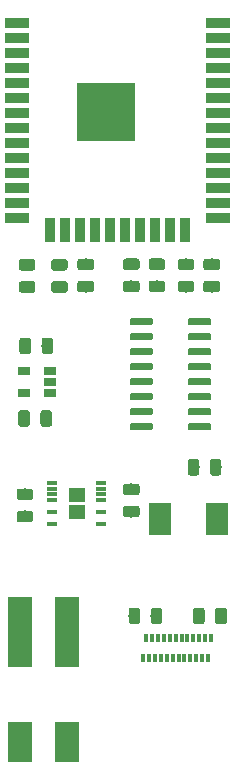
<source format=gtp>
G04 #@! TF.GenerationSoftware,KiCad,Pcbnew,(5.1.4-0-10_14)*
G04 #@! TF.CreationDate,2019-11-09T17:54:15-08:00*
G04 #@! TF.ProjectId,esp32-generic-board,65737033-322d-4676-956e-657269632d62,rev?*
G04 #@! TF.SameCoordinates,Original*
G04 #@! TF.FileFunction,Paste,Top*
G04 #@! TF.FilePolarity,Positive*
%FSLAX46Y46*%
G04 Gerber Fmt 4.6, Leading zero omitted, Abs format (unit mm)*
G04 Created by KiCad (PCBNEW (5.1.4-0-10_14)) date 2019-11-09 17:54:15*
%MOMM*%
%LPD*%
G04 APERTURE LIST*
%ADD10R,0.300000X0.700000*%
%ADD11C,0.100000*%
%ADD12C,0.975000*%
%ADD13R,2.000000X3.500000*%
%ADD14R,2.000000X6.000000*%
%ADD15R,1.903000X2.790000*%
%ADD16R,1.060000X0.650000*%
%ADD17R,0.889000X0.305000*%
%ADD18R,1.400000X1.200000*%
%ADD19R,5.000000X5.000000*%
%ADD20R,2.000000X0.900000*%
%ADD21R,0.900000X2.000000*%
%ADD22C,0.600000*%
G04 APERTURE END LIST*
D10*
X15093500Y-52765000D03*
X15593500Y-52765000D03*
X16093500Y-52765000D03*
X16593500Y-52765000D03*
X17093500Y-52765000D03*
X17593500Y-52765000D03*
X18093500Y-52765000D03*
X20593500Y-52765000D03*
X19593500Y-52765000D03*
X19093500Y-52765000D03*
X18593500Y-52765000D03*
X20093500Y-52765000D03*
X20343500Y-54465000D03*
X19843500Y-54465000D03*
X19343500Y-54465000D03*
X18843500Y-54465000D03*
X18343500Y-54465000D03*
X17843500Y-54465000D03*
X17343500Y-54465000D03*
X16843500Y-54465000D03*
X16343500Y-54465000D03*
X15843500Y-54465000D03*
X15343500Y-54465000D03*
X14843500Y-54465000D03*
D11*
G36*
X21256142Y-37591674D02*
G01*
X21279803Y-37595184D01*
X21303007Y-37600996D01*
X21325529Y-37609054D01*
X21347153Y-37619282D01*
X21367670Y-37631579D01*
X21386883Y-37645829D01*
X21404607Y-37661893D01*
X21420671Y-37679617D01*
X21434921Y-37698830D01*
X21447218Y-37719347D01*
X21457446Y-37740971D01*
X21465504Y-37763493D01*
X21471316Y-37786697D01*
X21474826Y-37810358D01*
X21476000Y-37834250D01*
X21476000Y-38746750D01*
X21474826Y-38770642D01*
X21471316Y-38794303D01*
X21465504Y-38817507D01*
X21457446Y-38840029D01*
X21447218Y-38861653D01*
X21434921Y-38882170D01*
X21420671Y-38901383D01*
X21404607Y-38919107D01*
X21386883Y-38935171D01*
X21367670Y-38949421D01*
X21347153Y-38961718D01*
X21325529Y-38971946D01*
X21303007Y-38980004D01*
X21279803Y-38985816D01*
X21256142Y-38989326D01*
X21232250Y-38990500D01*
X20744750Y-38990500D01*
X20720858Y-38989326D01*
X20697197Y-38985816D01*
X20673993Y-38980004D01*
X20651471Y-38971946D01*
X20629847Y-38961718D01*
X20609330Y-38949421D01*
X20590117Y-38935171D01*
X20572393Y-38919107D01*
X20556329Y-38901383D01*
X20542079Y-38882170D01*
X20529782Y-38861653D01*
X20519554Y-38840029D01*
X20511496Y-38817507D01*
X20505684Y-38794303D01*
X20502174Y-38770642D01*
X20501000Y-38746750D01*
X20501000Y-37834250D01*
X20502174Y-37810358D01*
X20505684Y-37786697D01*
X20511496Y-37763493D01*
X20519554Y-37740971D01*
X20529782Y-37719347D01*
X20542079Y-37698830D01*
X20556329Y-37679617D01*
X20572393Y-37661893D01*
X20590117Y-37645829D01*
X20609330Y-37631579D01*
X20629847Y-37619282D01*
X20651471Y-37609054D01*
X20673993Y-37600996D01*
X20697197Y-37595184D01*
X20720858Y-37591674D01*
X20744750Y-37590500D01*
X21232250Y-37590500D01*
X21256142Y-37591674D01*
X21256142Y-37591674D01*
G37*
D12*
X20988500Y-38290500D03*
D11*
G36*
X19381142Y-37591674D02*
G01*
X19404803Y-37595184D01*
X19428007Y-37600996D01*
X19450529Y-37609054D01*
X19472153Y-37619282D01*
X19492670Y-37631579D01*
X19511883Y-37645829D01*
X19529607Y-37661893D01*
X19545671Y-37679617D01*
X19559921Y-37698830D01*
X19572218Y-37719347D01*
X19582446Y-37740971D01*
X19590504Y-37763493D01*
X19596316Y-37786697D01*
X19599826Y-37810358D01*
X19601000Y-37834250D01*
X19601000Y-38746750D01*
X19599826Y-38770642D01*
X19596316Y-38794303D01*
X19590504Y-38817507D01*
X19582446Y-38840029D01*
X19572218Y-38861653D01*
X19559921Y-38882170D01*
X19545671Y-38901383D01*
X19529607Y-38919107D01*
X19511883Y-38935171D01*
X19492670Y-38949421D01*
X19472153Y-38961718D01*
X19450529Y-38971946D01*
X19428007Y-38980004D01*
X19404803Y-38985816D01*
X19381142Y-38989326D01*
X19357250Y-38990500D01*
X18869750Y-38990500D01*
X18845858Y-38989326D01*
X18822197Y-38985816D01*
X18798993Y-38980004D01*
X18776471Y-38971946D01*
X18754847Y-38961718D01*
X18734330Y-38949421D01*
X18715117Y-38935171D01*
X18697393Y-38919107D01*
X18681329Y-38901383D01*
X18667079Y-38882170D01*
X18654782Y-38861653D01*
X18644554Y-38840029D01*
X18636496Y-38817507D01*
X18630684Y-38794303D01*
X18627174Y-38770642D01*
X18626000Y-38746750D01*
X18626000Y-37834250D01*
X18627174Y-37810358D01*
X18630684Y-37786697D01*
X18636496Y-37763493D01*
X18644554Y-37740971D01*
X18654782Y-37719347D01*
X18667079Y-37698830D01*
X18681329Y-37679617D01*
X18697393Y-37661893D01*
X18715117Y-37645829D01*
X18734330Y-37631579D01*
X18754847Y-37619282D01*
X18776471Y-37609054D01*
X18798993Y-37600996D01*
X18822197Y-37595184D01*
X18845858Y-37591674D01*
X18869750Y-37590500D01*
X19357250Y-37590500D01*
X19381142Y-37591674D01*
X19381142Y-37591674D01*
G37*
D12*
X19113500Y-38290500D03*
D11*
G36*
X6998642Y-27304674D02*
G01*
X7022303Y-27308184D01*
X7045507Y-27313996D01*
X7068029Y-27322054D01*
X7089653Y-27332282D01*
X7110170Y-27344579D01*
X7129383Y-27358829D01*
X7147107Y-27374893D01*
X7163171Y-27392617D01*
X7177421Y-27411830D01*
X7189718Y-27432347D01*
X7199946Y-27453971D01*
X7208004Y-27476493D01*
X7213816Y-27499697D01*
X7217326Y-27523358D01*
X7218500Y-27547250D01*
X7218500Y-28459750D01*
X7217326Y-28483642D01*
X7213816Y-28507303D01*
X7208004Y-28530507D01*
X7199946Y-28553029D01*
X7189718Y-28574653D01*
X7177421Y-28595170D01*
X7163171Y-28614383D01*
X7147107Y-28632107D01*
X7129383Y-28648171D01*
X7110170Y-28662421D01*
X7089653Y-28674718D01*
X7068029Y-28684946D01*
X7045507Y-28693004D01*
X7022303Y-28698816D01*
X6998642Y-28702326D01*
X6974750Y-28703500D01*
X6487250Y-28703500D01*
X6463358Y-28702326D01*
X6439697Y-28698816D01*
X6416493Y-28693004D01*
X6393971Y-28684946D01*
X6372347Y-28674718D01*
X6351830Y-28662421D01*
X6332617Y-28648171D01*
X6314893Y-28632107D01*
X6298829Y-28614383D01*
X6284579Y-28595170D01*
X6272282Y-28574653D01*
X6262054Y-28553029D01*
X6253996Y-28530507D01*
X6248184Y-28507303D01*
X6244674Y-28483642D01*
X6243500Y-28459750D01*
X6243500Y-27547250D01*
X6244674Y-27523358D01*
X6248184Y-27499697D01*
X6253996Y-27476493D01*
X6262054Y-27453971D01*
X6272282Y-27432347D01*
X6284579Y-27411830D01*
X6298829Y-27392617D01*
X6314893Y-27374893D01*
X6332617Y-27358829D01*
X6351830Y-27344579D01*
X6372347Y-27332282D01*
X6393971Y-27322054D01*
X6416493Y-27313996D01*
X6439697Y-27308184D01*
X6463358Y-27304674D01*
X6487250Y-27303500D01*
X6974750Y-27303500D01*
X6998642Y-27304674D01*
X6998642Y-27304674D01*
G37*
D12*
X6731000Y-28003500D03*
D11*
G36*
X5123642Y-27304674D02*
G01*
X5147303Y-27308184D01*
X5170507Y-27313996D01*
X5193029Y-27322054D01*
X5214653Y-27332282D01*
X5235170Y-27344579D01*
X5254383Y-27358829D01*
X5272107Y-27374893D01*
X5288171Y-27392617D01*
X5302421Y-27411830D01*
X5314718Y-27432347D01*
X5324946Y-27453971D01*
X5333004Y-27476493D01*
X5338816Y-27499697D01*
X5342326Y-27523358D01*
X5343500Y-27547250D01*
X5343500Y-28459750D01*
X5342326Y-28483642D01*
X5338816Y-28507303D01*
X5333004Y-28530507D01*
X5324946Y-28553029D01*
X5314718Y-28574653D01*
X5302421Y-28595170D01*
X5288171Y-28614383D01*
X5272107Y-28632107D01*
X5254383Y-28648171D01*
X5235170Y-28662421D01*
X5214653Y-28674718D01*
X5193029Y-28684946D01*
X5170507Y-28693004D01*
X5147303Y-28698816D01*
X5123642Y-28702326D01*
X5099750Y-28703500D01*
X4612250Y-28703500D01*
X4588358Y-28702326D01*
X4564697Y-28698816D01*
X4541493Y-28693004D01*
X4518971Y-28684946D01*
X4497347Y-28674718D01*
X4476830Y-28662421D01*
X4457617Y-28648171D01*
X4439893Y-28632107D01*
X4423829Y-28614383D01*
X4409579Y-28595170D01*
X4397282Y-28574653D01*
X4387054Y-28553029D01*
X4378996Y-28530507D01*
X4373184Y-28507303D01*
X4369674Y-28483642D01*
X4368500Y-28459750D01*
X4368500Y-27547250D01*
X4369674Y-27523358D01*
X4373184Y-27499697D01*
X4378996Y-27476493D01*
X4387054Y-27453971D01*
X4397282Y-27432347D01*
X4409579Y-27411830D01*
X4423829Y-27392617D01*
X4439893Y-27374893D01*
X4457617Y-27358829D01*
X4476830Y-27344579D01*
X4497347Y-27332282D01*
X4518971Y-27322054D01*
X4541493Y-27313996D01*
X4564697Y-27308184D01*
X4588358Y-27304674D01*
X4612250Y-27303500D01*
X5099750Y-27303500D01*
X5123642Y-27304674D01*
X5123642Y-27304674D01*
G37*
D12*
X4856000Y-28003500D03*
D11*
G36*
X8227142Y-22534174D02*
G01*
X8250803Y-22537684D01*
X8274007Y-22543496D01*
X8296529Y-22551554D01*
X8318153Y-22561782D01*
X8338670Y-22574079D01*
X8357883Y-22588329D01*
X8375607Y-22604393D01*
X8391671Y-22622117D01*
X8405921Y-22641330D01*
X8418218Y-22661847D01*
X8428446Y-22683471D01*
X8436504Y-22705993D01*
X8442316Y-22729197D01*
X8445826Y-22752858D01*
X8447000Y-22776750D01*
X8447000Y-23264250D01*
X8445826Y-23288142D01*
X8442316Y-23311803D01*
X8436504Y-23335007D01*
X8428446Y-23357529D01*
X8418218Y-23379153D01*
X8405921Y-23399670D01*
X8391671Y-23418883D01*
X8375607Y-23436607D01*
X8357883Y-23452671D01*
X8338670Y-23466921D01*
X8318153Y-23479218D01*
X8296529Y-23489446D01*
X8274007Y-23497504D01*
X8250803Y-23503316D01*
X8227142Y-23506826D01*
X8203250Y-23508000D01*
X7290750Y-23508000D01*
X7266858Y-23506826D01*
X7243197Y-23503316D01*
X7219993Y-23497504D01*
X7197471Y-23489446D01*
X7175847Y-23479218D01*
X7155330Y-23466921D01*
X7136117Y-23452671D01*
X7118393Y-23436607D01*
X7102329Y-23418883D01*
X7088079Y-23399670D01*
X7075782Y-23379153D01*
X7065554Y-23357529D01*
X7057496Y-23335007D01*
X7051684Y-23311803D01*
X7048174Y-23288142D01*
X7047000Y-23264250D01*
X7047000Y-22776750D01*
X7048174Y-22752858D01*
X7051684Y-22729197D01*
X7057496Y-22705993D01*
X7065554Y-22683471D01*
X7075782Y-22661847D01*
X7088079Y-22641330D01*
X7102329Y-22622117D01*
X7118393Y-22604393D01*
X7136117Y-22588329D01*
X7155330Y-22574079D01*
X7175847Y-22561782D01*
X7197471Y-22551554D01*
X7219993Y-22543496D01*
X7243197Y-22537684D01*
X7266858Y-22534174D01*
X7290750Y-22533000D01*
X8203250Y-22533000D01*
X8227142Y-22534174D01*
X8227142Y-22534174D01*
G37*
D12*
X7747000Y-23020500D03*
D11*
G36*
X8227142Y-20659174D02*
G01*
X8250803Y-20662684D01*
X8274007Y-20668496D01*
X8296529Y-20676554D01*
X8318153Y-20686782D01*
X8338670Y-20699079D01*
X8357883Y-20713329D01*
X8375607Y-20729393D01*
X8391671Y-20747117D01*
X8405921Y-20766330D01*
X8418218Y-20786847D01*
X8428446Y-20808471D01*
X8436504Y-20830993D01*
X8442316Y-20854197D01*
X8445826Y-20877858D01*
X8447000Y-20901750D01*
X8447000Y-21389250D01*
X8445826Y-21413142D01*
X8442316Y-21436803D01*
X8436504Y-21460007D01*
X8428446Y-21482529D01*
X8418218Y-21504153D01*
X8405921Y-21524670D01*
X8391671Y-21543883D01*
X8375607Y-21561607D01*
X8357883Y-21577671D01*
X8338670Y-21591921D01*
X8318153Y-21604218D01*
X8296529Y-21614446D01*
X8274007Y-21622504D01*
X8250803Y-21628316D01*
X8227142Y-21631826D01*
X8203250Y-21633000D01*
X7290750Y-21633000D01*
X7266858Y-21631826D01*
X7243197Y-21628316D01*
X7219993Y-21622504D01*
X7197471Y-21614446D01*
X7175847Y-21604218D01*
X7155330Y-21591921D01*
X7136117Y-21577671D01*
X7118393Y-21561607D01*
X7102329Y-21543883D01*
X7088079Y-21524670D01*
X7075782Y-21504153D01*
X7065554Y-21482529D01*
X7057496Y-21460007D01*
X7051684Y-21436803D01*
X7048174Y-21413142D01*
X7047000Y-21389250D01*
X7047000Y-20901750D01*
X7048174Y-20877858D01*
X7051684Y-20854197D01*
X7057496Y-20830993D01*
X7065554Y-20808471D01*
X7075782Y-20786847D01*
X7088079Y-20766330D01*
X7102329Y-20747117D01*
X7118393Y-20729393D01*
X7136117Y-20713329D01*
X7155330Y-20699079D01*
X7175847Y-20686782D01*
X7197471Y-20676554D01*
X7219993Y-20668496D01*
X7243197Y-20662684D01*
X7266858Y-20659174D01*
X7290750Y-20658000D01*
X8203250Y-20658000D01*
X8227142Y-20659174D01*
X8227142Y-20659174D01*
G37*
D12*
X7747000Y-21145500D03*
D11*
G36*
X5030142Y-33464174D02*
G01*
X5053803Y-33467684D01*
X5077007Y-33473496D01*
X5099529Y-33481554D01*
X5121153Y-33491782D01*
X5141670Y-33504079D01*
X5160883Y-33518329D01*
X5178607Y-33534393D01*
X5194671Y-33552117D01*
X5208921Y-33571330D01*
X5221218Y-33591847D01*
X5231446Y-33613471D01*
X5239504Y-33635993D01*
X5245316Y-33659197D01*
X5248826Y-33682858D01*
X5250000Y-33706750D01*
X5250000Y-34619250D01*
X5248826Y-34643142D01*
X5245316Y-34666803D01*
X5239504Y-34690007D01*
X5231446Y-34712529D01*
X5221218Y-34734153D01*
X5208921Y-34754670D01*
X5194671Y-34773883D01*
X5178607Y-34791607D01*
X5160883Y-34807671D01*
X5141670Y-34821921D01*
X5121153Y-34834218D01*
X5099529Y-34844446D01*
X5077007Y-34852504D01*
X5053803Y-34858316D01*
X5030142Y-34861826D01*
X5006250Y-34863000D01*
X4518750Y-34863000D01*
X4494858Y-34861826D01*
X4471197Y-34858316D01*
X4447993Y-34852504D01*
X4425471Y-34844446D01*
X4403847Y-34834218D01*
X4383330Y-34821921D01*
X4364117Y-34807671D01*
X4346393Y-34791607D01*
X4330329Y-34773883D01*
X4316079Y-34754670D01*
X4303782Y-34734153D01*
X4293554Y-34712529D01*
X4285496Y-34690007D01*
X4279684Y-34666803D01*
X4276174Y-34643142D01*
X4275000Y-34619250D01*
X4275000Y-33706750D01*
X4276174Y-33682858D01*
X4279684Y-33659197D01*
X4285496Y-33635993D01*
X4293554Y-33613471D01*
X4303782Y-33591847D01*
X4316079Y-33571330D01*
X4330329Y-33552117D01*
X4346393Y-33534393D01*
X4364117Y-33518329D01*
X4383330Y-33504079D01*
X4403847Y-33491782D01*
X4425471Y-33481554D01*
X4447993Y-33473496D01*
X4471197Y-33467684D01*
X4494858Y-33464174D01*
X4518750Y-33463000D01*
X5006250Y-33463000D01*
X5030142Y-33464174D01*
X5030142Y-33464174D01*
G37*
D12*
X4762500Y-34163000D03*
D11*
G36*
X6905142Y-33464174D02*
G01*
X6928803Y-33467684D01*
X6952007Y-33473496D01*
X6974529Y-33481554D01*
X6996153Y-33491782D01*
X7016670Y-33504079D01*
X7035883Y-33518329D01*
X7053607Y-33534393D01*
X7069671Y-33552117D01*
X7083921Y-33571330D01*
X7096218Y-33591847D01*
X7106446Y-33613471D01*
X7114504Y-33635993D01*
X7120316Y-33659197D01*
X7123826Y-33682858D01*
X7125000Y-33706750D01*
X7125000Y-34619250D01*
X7123826Y-34643142D01*
X7120316Y-34666803D01*
X7114504Y-34690007D01*
X7106446Y-34712529D01*
X7096218Y-34734153D01*
X7083921Y-34754670D01*
X7069671Y-34773883D01*
X7053607Y-34791607D01*
X7035883Y-34807671D01*
X7016670Y-34821921D01*
X6996153Y-34834218D01*
X6974529Y-34844446D01*
X6952007Y-34852504D01*
X6928803Y-34858316D01*
X6905142Y-34861826D01*
X6881250Y-34863000D01*
X6393750Y-34863000D01*
X6369858Y-34861826D01*
X6346197Y-34858316D01*
X6322993Y-34852504D01*
X6300471Y-34844446D01*
X6278847Y-34834218D01*
X6258330Y-34821921D01*
X6239117Y-34807671D01*
X6221393Y-34791607D01*
X6205329Y-34773883D01*
X6191079Y-34754670D01*
X6178782Y-34734153D01*
X6168554Y-34712529D01*
X6160496Y-34690007D01*
X6154684Y-34666803D01*
X6151174Y-34643142D01*
X6150000Y-34619250D01*
X6150000Y-33706750D01*
X6151174Y-33682858D01*
X6154684Y-33659197D01*
X6160496Y-33635993D01*
X6168554Y-33613471D01*
X6178782Y-33591847D01*
X6191079Y-33571330D01*
X6205329Y-33552117D01*
X6221393Y-33534393D01*
X6239117Y-33518329D01*
X6258330Y-33504079D01*
X6278847Y-33491782D01*
X6300471Y-33481554D01*
X6322993Y-33473496D01*
X6346197Y-33467684D01*
X6369858Y-33464174D01*
X6393750Y-33463000D01*
X6881250Y-33463000D01*
X6905142Y-33464174D01*
X6905142Y-33464174D01*
G37*
D12*
X6637500Y-34163000D03*
D11*
G36*
X10449642Y-22500674D02*
G01*
X10473303Y-22504184D01*
X10496507Y-22509996D01*
X10519029Y-22518054D01*
X10540653Y-22528282D01*
X10561170Y-22540579D01*
X10580383Y-22554829D01*
X10598107Y-22570893D01*
X10614171Y-22588617D01*
X10628421Y-22607830D01*
X10640718Y-22628347D01*
X10650946Y-22649971D01*
X10659004Y-22672493D01*
X10664816Y-22695697D01*
X10668326Y-22719358D01*
X10669500Y-22743250D01*
X10669500Y-23230750D01*
X10668326Y-23254642D01*
X10664816Y-23278303D01*
X10659004Y-23301507D01*
X10650946Y-23324029D01*
X10640718Y-23345653D01*
X10628421Y-23366170D01*
X10614171Y-23385383D01*
X10598107Y-23403107D01*
X10580383Y-23419171D01*
X10561170Y-23433421D01*
X10540653Y-23445718D01*
X10519029Y-23455946D01*
X10496507Y-23464004D01*
X10473303Y-23469816D01*
X10449642Y-23473326D01*
X10425750Y-23474500D01*
X9513250Y-23474500D01*
X9489358Y-23473326D01*
X9465697Y-23469816D01*
X9442493Y-23464004D01*
X9419971Y-23455946D01*
X9398347Y-23445718D01*
X9377830Y-23433421D01*
X9358617Y-23419171D01*
X9340893Y-23403107D01*
X9324829Y-23385383D01*
X9310579Y-23366170D01*
X9298282Y-23345653D01*
X9288054Y-23324029D01*
X9279996Y-23301507D01*
X9274184Y-23278303D01*
X9270674Y-23254642D01*
X9269500Y-23230750D01*
X9269500Y-22743250D01*
X9270674Y-22719358D01*
X9274184Y-22695697D01*
X9279996Y-22672493D01*
X9288054Y-22649971D01*
X9298282Y-22628347D01*
X9310579Y-22607830D01*
X9324829Y-22588617D01*
X9340893Y-22570893D01*
X9358617Y-22554829D01*
X9377830Y-22540579D01*
X9398347Y-22528282D01*
X9419971Y-22518054D01*
X9442493Y-22509996D01*
X9465697Y-22504184D01*
X9489358Y-22500674D01*
X9513250Y-22499500D01*
X10425750Y-22499500D01*
X10449642Y-22500674D01*
X10449642Y-22500674D01*
G37*
D12*
X9969500Y-22987000D03*
D11*
G36*
X10449642Y-20625674D02*
G01*
X10473303Y-20629184D01*
X10496507Y-20634996D01*
X10519029Y-20643054D01*
X10540653Y-20653282D01*
X10561170Y-20665579D01*
X10580383Y-20679829D01*
X10598107Y-20695893D01*
X10614171Y-20713617D01*
X10628421Y-20732830D01*
X10640718Y-20753347D01*
X10650946Y-20774971D01*
X10659004Y-20797493D01*
X10664816Y-20820697D01*
X10668326Y-20844358D01*
X10669500Y-20868250D01*
X10669500Y-21355750D01*
X10668326Y-21379642D01*
X10664816Y-21403303D01*
X10659004Y-21426507D01*
X10650946Y-21449029D01*
X10640718Y-21470653D01*
X10628421Y-21491170D01*
X10614171Y-21510383D01*
X10598107Y-21528107D01*
X10580383Y-21544171D01*
X10561170Y-21558421D01*
X10540653Y-21570718D01*
X10519029Y-21580946D01*
X10496507Y-21589004D01*
X10473303Y-21594816D01*
X10449642Y-21598326D01*
X10425750Y-21599500D01*
X9513250Y-21599500D01*
X9489358Y-21598326D01*
X9465697Y-21594816D01*
X9442493Y-21589004D01*
X9419971Y-21580946D01*
X9398347Y-21570718D01*
X9377830Y-21558421D01*
X9358617Y-21544171D01*
X9340893Y-21528107D01*
X9324829Y-21510383D01*
X9310579Y-21491170D01*
X9298282Y-21470653D01*
X9288054Y-21449029D01*
X9279996Y-21426507D01*
X9274184Y-21403303D01*
X9270674Y-21379642D01*
X9269500Y-21355750D01*
X9269500Y-20868250D01*
X9270674Y-20844358D01*
X9274184Y-20820697D01*
X9279996Y-20797493D01*
X9288054Y-20774971D01*
X9298282Y-20753347D01*
X9310579Y-20732830D01*
X9324829Y-20713617D01*
X9340893Y-20695893D01*
X9358617Y-20679829D01*
X9377830Y-20665579D01*
X9398347Y-20653282D01*
X9419971Y-20643054D01*
X9442493Y-20634996D01*
X9465697Y-20629184D01*
X9489358Y-20625674D01*
X9513250Y-20624500D01*
X10425750Y-20624500D01*
X10449642Y-20625674D01*
X10449642Y-20625674D01*
G37*
D12*
X9969500Y-21112000D03*
D11*
G36*
X5306142Y-40090174D02*
G01*
X5329803Y-40093684D01*
X5353007Y-40099496D01*
X5375529Y-40107554D01*
X5397153Y-40117782D01*
X5417670Y-40130079D01*
X5436883Y-40144329D01*
X5454607Y-40160393D01*
X5470671Y-40178117D01*
X5484921Y-40197330D01*
X5497218Y-40217847D01*
X5507446Y-40239471D01*
X5515504Y-40261993D01*
X5521316Y-40285197D01*
X5524826Y-40308858D01*
X5526000Y-40332750D01*
X5526000Y-40820250D01*
X5524826Y-40844142D01*
X5521316Y-40867803D01*
X5515504Y-40891007D01*
X5507446Y-40913529D01*
X5497218Y-40935153D01*
X5484921Y-40955670D01*
X5470671Y-40974883D01*
X5454607Y-40992607D01*
X5436883Y-41008671D01*
X5417670Y-41022921D01*
X5397153Y-41035218D01*
X5375529Y-41045446D01*
X5353007Y-41053504D01*
X5329803Y-41059316D01*
X5306142Y-41062826D01*
X5282250Y-41064000D01*
X4369750Y-41064000D01*
X4345858Y-41062826D01*
X4322197Y-41059316D01*
X4298993Y-41053504D01*
X4276471Y-41045446D01*
X4254847Y-41035218D01*
X4234330Y-41022921D01*
X4215117Y-41008671D01*
X4197393Y-40992607D01*
X4181329Y-40974883D01*
X4167079Y-40955670D01*
X4154782Y-40935153D01*
X4144554Y-40913529D01*
X4136496Y-40891007D01*
X4130684Y-40867803D01*
X4127174Y-40844142D01*
X4126000Y-40820250D01*
X4126000Y-40332750D01*
X4127174Y-40308858D01*
X4130684Y-40285197D01*
X4136496Y-40261993D01*
X4144554Y-40239471D01*
X4154782Y-40217847D01*
X4167079Y-40197330D01*
X4181329Y-40178117D01*
X4197393Y-40160393D01*
X4215117Y-40144329D01*
X4234330Y-40130079D01*
X4254847Y-40117782D01*
X4276471Y-40107554D01*
X4298993Y-40099496D01*
X4322197Y-40093684D01*
X4345858Y-40090174D01*
X4369750Y-40089000D01*
X5282250Y-40089000D01*
X5306142Y-40090174D01*
X5306142Y-40090174D01*
G37*
D12*
X4826000Y-40576500D03*
D11*
G36*
X5306142Y-41965174D02*
G01*
X5329803Y-41968684D01*
X5353007Y-41974496D01*
X5375529Y-41982554D01*
X5397153Y-41992782D01*
X5417670Y-42005079D01*
X5436883Y-42019329D01*
X5454607Y-42035393D01*
X5470671Y-42053117D01*
X5484921Y-42072330D01*
X5497218Y-42092847D01*
X5507446Y-42114471D01*
X5515504Y-42136993D01*
X5521316Y-42160197D01*
X5524826Y-42183858D01*
X5526000Y-42207750D01*
X5526000Y-42695250D01*
X5524826Y-42719142D01*
X5521316Y-42742803D01*
X5515504Y-42766007D01*
X5507446Y-42788529D01*
X5497218Y-42810153D01*
X5484921Y-42830670D01*
X5470671Y-42849883D01*
X5454607Y-42867607D01*
X5436883Y-42883671D01*
X5417670Y-42897921D01*
X5397153Y-42910218D01*
X5375529Y-42920446D01*
X5353007Y-42928504D01*
X5329803Y-42934316D01*
X5306142Y-42937826D01*
X5282250Y-42939000D01*
X4369750Y-42939000D01*
X4345858Y-42937826D01*
X4322197Y-42934316D01*
X4298993Y-42928504D01*
X4276471Y-42920446D01*
X4254847Y-42910218D01*
X4234330Y-42897921D01*
X4215117Y-42883671D01*
X4197393Y-42867607D01*
X4181329Y-42849883D01*
X4167079Y-42830670D01*
X4154782Y-42810153D01*
X4144554Y-42788529D01*
X4136496Y-42766007D01*
X4130684Y-42742803D01*
X4127174Y-42719142D01*
X4126000Y-42695250D01*
X4126000Y-42207750D01*
X4127174Y-42183858D01*
X4130684Y-42160197D01*
X4136496Y-42136993D01*
X4144554Y-42114471D01*
X4154782Y-42092847D01*
X4167079Y-42072330D01*
X4181329Y-42053117D01*
X4197393Y-42035393D01*
X4215117Y-42019329D01*
X4234330Y-42005079D01*
X4254847Y-41992782D01*
X4276471Y-41982554D01*
X4298993Y-41974496D01*
X4322197Y-41968684D01*
X4345858Y-41965174D01*
X4369750Y-41964000D01*
X5282250Y-41964000D01*
X5306142Y-41965174D01*
X5306142Y-41965174D01*
G37*
D12*
X4826000Y-42451500D03*
D11*
G36*
X18958642Y-20625674D02*
G01*
X18982303Y-20629184D01*
X19005507Y-20634996D01*
X19028029Y-20643054D01*
X19049653Y-20653282D01*
X19070170Y-20665579D01*
X19089383Y-20679829D01*
X19107107Y-20695893D01*
X19123171Y-20713617D01*
X19137421Y-20732830D01*
X19149718Y-20753347D01*
X19159946Y-20774971D01*
X19168004Y-20797493D01*
X19173816Y-20820697D01*
X19177326Y-20844358D01*
X19178500Y-20868250D01*
X19178500Y-21355750D01*
X19177326Y-21379642D01*
X19173816Y-21403303D01*
X19168004Y-21426507D01*
X19159946Y-21449029D01*
X19149718Y-21470653D01*
X19137421Y-21491170D01*
X19123171Y-21510383D01*
X19107107Y-21528107D01*
X19089383Y-21544171D01*
X19070170Y-21558421D01*
X19049653Y-21570718D01*
X19028029Y-21580946D01*
X19005507Y-21589004D01*
X18982303Y-21594816D01*
X18958642Y-21598326D01*
X18934750Y-21599500D01*
X18022250Y-21599500D01*
X17998358Y-21598326D01*
X17974697Y-21594816D01*
X17951493Y-21589004D01*
X17928971Y-21580946D01*
X17907347Y-21570718D01*
X17886830Y-21558421D01*
X17867617Y-21544171D01*
X17849893Y-21528107D01*
X17833829Y-21510383D01*
X17819579Y-21491170D01*
X17807282Y-21470653D01*
X17797054Y-21449029D01*
X17788996Y-21426507D01*
X17783184Y-21403303D01*
X17779674Y-21379642D01*
X17778500Y-21355750D01*
X17778500Y-20868250D01*
X17779674Y-20844358D01*
X17783184Y-20820697D01*
X17788996Y-20797493D01*
X17797054Y-20774971D01*
X17807282Y-20753347D01*
X17819579Y-20732830D01*
X17833829Y-20713617D01*
X17849893Y-20695893D01*
X17867617Y-20679829D01*
X17886830Y-20665579D01*
X17907347Y-20653282D01*
X17928971Y-20643054D01*
X17951493Y-20634996D01*
X17974697Y-20629184D01*
X17998358Y-20625674D01*
X18022250Y-20624500D01*
X18934750Y-20624500D01*
X18958642Y-20625674D01*
X18958642Y-20625674D01*
G37*
D12*
X18478500Y-21112000D03*
D11*
G36*
X18958642Y-22500674D02*
G01*
X18982303Y-22504184D01*
X19005507Y-22509996D01*
X19028029Y-22518054D01*
X19049653Y-22528282D01*
X19070170Y-22540579D01*
X19089383Y-22554829D01*
X19107107Y-22570893D01*
X19123171Y-22588617D01*
X19137421Y-22607830D01*
X19149718Y-22628347D01*
X19159946Y-22649971D01*
X19168004Y-22672493D01*
X19173816Y-22695697D01*
X19177326Y-22719358D01*
X19178500Y-22743250D01*
X19178500Y-23230750D01*
X19177326Y-23254642D01*
X19173816Y-23278303D01*
X19168004Y-23301507D01*
X19159946Y-23324029D01*
X19149718Y-23345653D01*
X19137421Y-23366170D01*
X19123171Y-23385383D01*
X19107107Y-23403107D01*
X19089383Y-23419171D01*
X19070170Y-23433421D01*
X19049653Y-23445718D01*
X19028029Y-23455946D01*
X19005507Y-23464004D01*
X18982303Y-23469816D01*
X18958642Y-23473326D01*
X18934750Y-23474500D01*
X18022250Y-23474500D01*
X17998358Y-23473326D01*
X17974697Y-23469816D01*
X17951493Y-23464004D01*
X17928971Y-23455946D01*
X17907347Y-23445718D01*
X17886830Y-23433421D01*
X17867617Y-23419171D01*
X17849893Y-23403107D01*
X17833829Y-23385383D01*
X17819579Y-23366170D01*
X17807282Y-23345653D01*
X17797054Y-23324029D01*
X17788996Y-23301507D01*
X17783184Y-23278303D01*
X17779674Y-23254642D01*
X17778500Y-23230750D01*
X17778500Y-22743250D01*
X17779674Y-22719358D01*
X17783184Y-22695697D01*
X17788996Y-22672493D01*
X17797054Y-22649971D01*
X17807282Y-22628347D01*
X17819579Y-22607830D01*
X17833829Y-22588617D01*
X17849893Y-22570893D01*
X17867617Y-22554829D01*
X17886830Y-22540579D01*
X17907347Y-22528282D01*
X17928971Y-22518054D01*
X17951493Y-22509996D01*
X17974697Y-22504184D01*
X17998358Y-22500674D01*
X18022250Y-22499500D01*
X18934750Y-22499500D01*
X18958642Y-22500674D01*
X18958642Y-22500674D01*
G37*
D12*
X18478500Y-22987000D03*
D11*
G36*
X16482142Y-22485674D02*
G01*
X16505803Y-22489184D01*
X16529007Y-22494996D01*
X16551529Y-22503054D01*
X16573153Y-22513282D01*
X16593670Y-22525579D01*
X16612883Y-22539829D01*
X16630607Y-22555893D01*
X16646671Y-22573617D01*
X16660921Y-22592830D01*
X16673218Y-22613347D01*
X16683446Y-22634971D01*
X16691504Y-22657493D01*
X16697316Y-22680697D01*
X16700826Y-22704358D01*
X16702000Y-22728250D01*
X16702000Y-23215750D01*
X16700826Y-23239642D01*
X16697316Y-23263303D01*
X16691504Y-23286507D01*
X16683446Y-23309029D01*
X16673218Y-23330653D01*
X16660921Y-23351170D01*
X16646671Y-23370383D01*
X16630607Y-23388107D01*
X16612883Y-23404171D01*
X16593670Y-23418421D01*
X16573153Y-23430718D01*
X16551529Y-23440946D01*
X16529007Y-23449004D01*
X16505803Y-23454816D01*
X16482142Y-23458326D01*
X16458250Y-23459500D01*
X15545750Y-23459500D01*
X15521858Y-23458326D01*
X15498197Y-23454816D01*
X15474993Y-23449004D01*
X15452471Y-23440946D01*
X15430847Y-23430718D01*
X15410330Y-23418421D01*
X15391117Y-23404171D01*
X15373393Y-23388107D01*
X15357329Y-23370383D01*
X15343079Y-23351170D01*
X15330782Y-23330653D01*
X15320554Y-23309029D01*
X15312496Y-23286507D01*
X15306684Y-23263303D01*
X15303174Y-23239642D01*
X15302000Y-23215750D01*
X15302000Y-22728250D01*
X15303174Y-22704358D01*
X15306684Y-22680697D01*
X15312496Y-22657493D01*
X15320554Y-22634971D01*
X15330782Y-22613347D01*
X15343079Y-22592830D01*
X15357329Y-22573617D01*
X15373393Y-22555893D01*
X15391117Y-22539829D01*
X15410330Y-22525579D01*
X15430847Y-22513282D01*
X15452471Y-22503054D01*
X15474993Y-22494996D01*
X15498197Y-22489184D01*
X15521858Y-22485674D01*
X15545750Y-22484500D01*
X16458250Y-22484500D01*
X16482142Y-22485674D01*
X16482142Y-22485674D01*
G37*
D12*
X16002000Y-22972000D03*
D11*
G36*
X16482142Y-20610674D02*
G01*
X16505803Y-20614184D01*
X16529007Y-20619996D01*
X16551529Y-20628054D01*
X16573153Y-20638282D01*
X16593670Y-20650579D01*
X16612883Y-20664829D01*
X16630607Y-20680893D01*
X16646671Y-20698617D01*
X16660921Y-20717830D01*
X16673218Y-20738347D01*
X16683446Y-20759971D01*
X16691504Y-20782493D01*
X16697316Y-20805697D01*
X16700826Y-20829358D01*
X16702000Y-20853250D01*
X16702000Y-21340750D01*
X16700826Y-21364642D01*
X16697316Y-21388303D01*
X16691504Y-21411507D01*
X16683446Y-21434029D01*
X16673218Y-21455653D01*
X16660921Y-21476170D01*
X16646671Y-21495383D01*
X16630607Y-21513107D01*
X16612883Y-21529171D01*
X16593670Y-21543421D01*
X16573153Y-21555718D01*
X16551529Y-21565946D01*
X16529007Y-21574004D01*
X16505803Y-21579816D01*
X16482142Y-21583326D01*
X16458250Y-21584500D01*
X15545750Y-21584500D01*
X15521858Y-21583326D01*
X15498197Y-21579816D01*
X15474993Y-21574004D01*
X15452471Y-21565946D01*
X15430847Y-21555718D01*
X15410330Y-21543421D01*
X15391117Y-21529171D01*
X15373393Y-21513107D01*
X15357329Y-21495383D01*
X15343079Y-21476170D01*
X15330782Y-21455653D01*
X15320554Y-21434029D01*
X15312496Y-21411507D01*
X15306684Y-21388303D01*
X15303174Y-21364642D01*
X15302000Y-21340750D01*
X15302000Y-20853250D01*
X15303174Y-20829358D01*
X15306684Y-20805697D01*
X15312496Y-20782493D01*
X15320554Y-20759971D01*
X15330782Y-20738347D01*
X15343079Y-20717830D01*
X15357329Y-20698617D01*
X15373393Y-20680893D01*
X15391117Y-20664829D01*
X15410330Y-20650579D01*
X15430847Y-20638282D01*
X15452471Y-20628054D01*
X15474993Y-20619996D01*
X15498197Y-20614184D01*
X15521858Y-20610674D01*
X15545750Y-20609500D01*
X16458250Y-20609500D01*
X16482142Y-20610674D01*
X16482142Y-20610674D01*
G37*
D12*
X16002000Y-21097000D03*
D13*
X4398000Y-61526000D03*
D14*
X4398000Y-52276000D03*
D13*
X8398000Y-61526000D03*
D14*
X8398000Y-52276000D03*
D15*
X16242500Y-42672000D03*
X21095500Y-42672000D03*
D11*
G36*
X14364642Y-50164674D02*
G01*
X14388303Y-50168184D01*
X14411507Y-50173996D01*
X14434029Y-50182054D01*
X14455653Y-50192282D01*
X14476170Y-50204579D01*
X14495383Y-50218829D01*
X14513107Y-50234893D01*
X14529171Y-50252617D01*
X14543421Y-50271830D01*
X14555718Y-50292347D01*
X14565946Y-50313971D01*
X14574004Y-50336493D01*
X14579816Y-50359697D01*
X14583326Y-50383358D01*
X14584500Y-50407250D01*
X14584500Y-51319750D01*
X14583326Y-51343642D01*
X14579816Y-51367303D01*
X14574004Y-51390507D01*
X14565946Y-51413029D01*
X14555718Y-51434653D01*
X14543421Y-51455170D01*
X14529171Y-51474383D01*
X14513107Y-51492107D01*
X14495383Y-51508171D01*
X14476170Y-51522421D01*
X14455653Y-51534718D01*
X14434029Y-51544946D01*
X14411507Y-51553004D01*
X14388303Y-51558816D01*
X14364642Y-51562326D01*
X14340750Y-51563500D01*
X13853250Y-51563500D01*
X13829358Y-51562326D01*
X13805697Y-51558816D01*
X13782493Y-51553004D01*
X13759971Y-51544946D01*
X13738347Y-51534718D01*
X13717830Y-51522421D01*
X13698617Y-51508171D01*
X13680893Y-51492107D01*
X13664829Y-51474383D01*
X13650579Y-51455170D01*
X13638282Y-51434653D01*
X13628054Y-51413029D01*
X13619996Y-51390507D01*
X13614184Y-51367303D01*
X13610674Y-51343642D01*
X13609500Y-51319750D01*
X13609500Y-50407250D01*
X13610674Y-50383358D01*
X13614184Y-50359697D01*
X13619996Y-50336493D01*
X13628054Y-50313971D01*
X13638282Y-50292347D01*
X13650579Y-50271830D01*
X13664829Y-50252617D01*
X13680893Y-50234893D01*
X13698617Y-50218829D01*
X13717830Y-50204579D01*
X13738347Y-50192282D01*
X13759971Y-50182054D01*
X13782493Y-50173996D01*
X13805697Y-50168184D01*
X13829358Y-50164674D01*
X13853250Y-50163500D01*
X14340750Y-50163500D01*
X14364642Y-50164674D01*
X14364642Y-50164674D01*
G37*
D12*
X14097000Y-50863500D03*
D11*
G36*
X16239642Y-50164674D02*
G01*
X16263303Y-50168184D01*
X16286507Y-50173996D01*
X16309029Y-50182054D01*
X16330653Y-50192282D01*
X16351170Y-50204579D01*
X16370383Y-50218829D01*
X16388107Y-50234893D01*
X16404171Y-50252617D01*
X16418421Y-50271830D01*
X16430718Y-50292347D01*
X16440946Y-50313971D01*
X16449004Y-50336493D01*
X16454816Y-50359697D01*
X16458326Y-50383358D01*
X16459500Y-50407250D01*
X16459500Y-51319750D01*
X16458326Y-51343642D01*
X16454816Y-51367303D01*
X16449004Y-51390507D01*
X16440946Y-51413029D01*
X16430718Y-51434653D01*
X16418421Y-51455170D01*
X16404171Y-51474383D01*
X16388107Y-51492107D01*
X16370383Y-51508171D01*
X16351170Y-51522421D01*
X16330653Y-51534718D01*
X16309029Y-51544946D01*
X16286507Y-51553004D01*
X16263303Y-51558816D01*
X16239642Y-51562326D01*
X16215750Y-51563500D01*
X15728250Y-51563500D01*
X15704358Y-51562326D01*
X15680697Y-51558816D01*
X15657493Y-51553004D01*
X15634971Y-51544946D01*
X15613347Y-51534718D01*
X15592830Y-51522421D01*
X15573617Y-51508171D01*
X15555893Y-51492107D01*
X15539829Y-51474383D01*
X15525579Y-51455170D01*
X15513282Y-51434653D01*
X15503054Y-51413029D01*
X15494996Y-51390507D01*
X15489184Y-51367303D01*
X15485674Y-51343642D01*
X15484500Y-51319750D01*
X15484500Y-50407250D01*
X15485674Y-50383358D01*
X15489184Y-50359697D01*
X15494996Y-50336493D01*
X15503054Y-50313971D01*
X15513282Y-50292347D01*
X15525579Y-50271830D01*
X15539829Y-50252617D01*
X15555893Y-50234893D01*
X15573617Y-50218829D01*
X15592830Y-50204579D01*
X15613347Y-50192282D01*
X15634971Y-50182054D01*
X15657493Y-50173996D01*
X15680697Y-50168184D01*
X15704358Y-50164674D01*
X15728250Y-50163500D01*
X16215750Y-50163500D01*
X16239642Y-50164674D01*
X16239642Y-50164674D01*
G37*
D12*
X15972000Y-50863500D03*
D11*
G36*
X21700642Y-50164674D02*
G01*
X21724303Y-50168184D01*
X21747507Y-50173996D01*
X21770029Y-50182054D01*
X21791653Y-50192282D01*
X21812170Y-50204579D01*
X21831383Y-50218829D01*
X21849107Y-50234893D01*
X21865171Y-50252617D01*
X21879421Y-50271830D01*
X21891718Y-50292347D01*
X21901946Y-50313971D01*
X21910004Y-50336493D01*
X21915816Y-50359697D01*
X21919326Y-50383358D01*
X21920500Y-50407250D01*
X21920500Y-51319750D01*
X21919326Y-51343642D01*
X21915816Y-51367303D01*
X21910004Y-51390507D01*
X21901946Y-51413029D01*
X21891718Y-51434653D01*
X21879421Y-51455170D01*
X21865171Y-51474383D01*
X21849107Y-51492107D01*
X21831383Y-51508171D01*
X21812170Y-51522421D01*
X21791653Y-51534718D01*
X21770029Y-51544946D01*
X21747507Y-51553004D01*
X21724303Y-51558816D01*
X21700642Y-51562326D01*
X21676750Y-51563500D01*
X21189250Y-51563500D01*
X21165358Y-51562326D01*
X21141697Y-51558816D01*
X21118493Y-51553004D01*
X21095971Y-51544946D01*
X21074347Y-51534718D01*
X21053830Y-51522421D01*
X21034617Y-51508171D01*
X21016893Y-51492107D01*
X21000829Y-51474383D01*
X20986579Y-51455170D01*
X20974282Y-51434653D01*
X20964054Y-51413029D01*
X20955996Y-51390507D01*
X20950184Y-51367303D01*
X20946674Y-51343642D01*
X20945500Y-51319750D01*
X20945500Y-50407250D01*
X20946674Y-50383358D01*
X20950184Y-50359697D01*
X20955996Y-50336493D01*
X20964054Y-50313971D01*
X20974282Y-50292347D01*
X20986579Y-50271830D01*
X21000829Y-50252617D01*
X21016893Y-50234893D01*
X21034617Y-50218829D01*
X21053830Y-50204579D01*
X21074347Y-50192282D01*
X21095971Y-50182054D01*
X21118493Y-50173996D01*
X21141697Y-50168184D01*
X21165358Y-50164674D01*
X21189250Y-50163500D01*
X21676750Y-50163500D01*
X21700642Y-50164674D01*
X21700642Y-50164674D01*
G37*
D12*
X21433000Y-50863500D03*
D11*
G36*
X19825642Y-50164674D02*
G01*
X19849303Y-50168184D01*
X19872507Y-50173996D01*
X19895029Y-50182054D01*
X19916653Y-50192282D01*
X19937170Y-50204579D01*
X19956383Y-50218829D01*
X19974107Y-50234893D01*
X19990171Y-50252617D01*
X20004421Y-50271830D01*
X20016718Y-50292347D01*
X20026946Y-50313971D01*
X20035004Y-50336493D01*
X20040816Y-50359697D01*
X20044326Y-50383358D01*
X20045500Y-50407250D01*
X20045500Y-51319750D01*
X20044326Y-51343642D01*
X20040816Y-51367303D01*
X20035004Y-51390507D01*
X20026946Y-51413029D01*
X20016718Y-51434653D01*
X20004421Y-51455170D01*
X19990171Y-51474383D01*
X19974107Y-51492107D01*
X19956383Y-51508171D01*
X19937170Y-51522421D01*
X19916653Y-51534718D01*
X19895029Y-51544946D01*
X19872507Y-51553004D01*
X19849303Y-51558816D01*
X19825642Y-51562326D01*
X19801750Y-51563500D01*
X19314250Y-51563500D01*
X19290358Y-51562326D01*
X19266697Y-51558816D01*
X19243493Y-51553004D01*
X19220971Y-51544946D01*
X19199347Y-51534718D01*
X19178830Y-51522421D01*
X19159617Y-51508171D01*
X19141893Y-51492107D01*
X19125829Y-51474383D01*
X19111579Y-51455170D01*
X19099282Y-51434653D01*
X19089054Y-51413029D01*
X19080996Y-51390507D01*
X19075184Y-51367303D01*
X19071674Y-51343642D01*
X19070500Y-51319750D01*
X19070500Y-50407250D01*
X19071674Y-50383358D01*
X19075184Y-50359697D01*
X19080996Y-50336493D01*
X19089054Y-50313971D01*
X19099282Y-50292347D01*
X19111579Y-50271830D01*
X19125829Y-50252617D01*
X19141893Y-50234893D01*
X19159617Y-50218829D01*
X19178830Y-50204579D01*
X19199347Y-50192282D01*
X19220971Y-50182054D01*
X19243493Y-50173996D01*
X19266697Y-50168184D01*
X19290358Y-50164674D01*
X19314250Y-50163500D01*
X19801750Y-50163500D01*
X19825642Y-50164674D01*
X19825642Y-50164674D01*
G37*
D12*
X19558000Y-50863500D03*
D11*
G36*
X21117642Y-22500674D02*
G01*
X21141303Y-22504184D01*
X21164507Y-22509996D01*
X21187029Y-22518054D01*
X21208653Y-22528282D01*
X21229170Y-22540579D01*
X21248383Y-22554829D01*
X21266107Y-22570893D01*
X21282171Y-22588617D01*
X21296421Y-22607830D01*
X21308718Y-22628347D01*
X21318946Y-22649971D01*
X21327004Y-22672493D01*
X21332816Y-22695697D01*
X21336326Y-22719358D01*
X21337500Y-22743250D01*
X21337500Y-23230750D01*
X21336326Y-23254642D01*
X21332816Y-23278303D01*
X21327004Y-23301507D01*
X21318946Y-23324029D01*
X21308718Y-23345653D01*
X21296421Y-23366170D01*
X21282171Y-23385383D01*
X21266107Y-23403107D01*
X21248383Y-23419171D01*
X21229170Y-23433421D01*
X21208653Y-23445718D01*
X21187029Y-23455946D01*
X21164507Y-23464004D01*
X21141303Y-23469816D01*
X21117642Y-23473326D01*
X21093750Y-23474500D01*
X20181250Y-23474500D01*
X20157358Y-23473326D01*
X20133697Y-23469816D01*
X20110493Y-23464004D01*
X20087971Y-23455946D01*
X20066347Y-23445718D01*
X20045830Y-23433421D01*
X20026617Y-23419171D01*
X20008893Y-23403107D01*
X19992829Y-23385383D01*
X19978579Y-23366170D01*
X19966282Y-23345653D01*
X19956054Y-23324029D01*
X19947996Y-23301507D01*
X19942184Y-23278303D01*
X19938674Y-23254642D01*
X19937500Y-23230750D01*
X19937500Y-22743250D01*
X19938674Y-22719358D01*
X19942184Y-22695697D01*
X19947996Y-22672493D01*
X19956054Y-22649971D01*
X19966282Y-22628347D01*
X19978579Y-22607830D01*
X19992829Y-22588617D01*
X20008893Y-22570893D01*
X20026617Y-22554829D01*
X20045830Y-22540579D01*
X20066347Y-22528282D01*
X20087971Y-22518054D01*
X20110493Y-22509996D01*
X20133697Y-22504184D01*
X20157358Y-22500674D01*
X20181250Y-22499500D01*
X21093750Y-22499500D01*
X21117642Y-22500674D01*
X21117642Y-22500674D01*
G37*
D12*
X20637500Y-22987000D03*
D11*
G36*
X21117642Y-20625674D02*
G01*
X21141303Y-20629184D01*
X21164507Y-20634996D01*
X21187029Y-20643054D01*
X21208653Y-20653282D01*
X21229170Y-20665579D01*
X21248383Y-20679829D01*
X21266107Y-20695893D01*
X21282171Y-20713617D01*
X21296421Y-20732830D01*
X21308718Y-20753347D01*
X21318946Y-20774971D01*
X21327004Y-20797493D01*
X21332816Y-20820697D01*
X21336326Y-20844358D01*
X21337500Y-20868250D01*
X21337500Y-21355750D01*
X21336326Y-21379642D01*
X21332816Y-21403303D01*
X21327004Y-21426507D01*
X21318946Y-21449029D01*
X21308718Y-21470653D01*
X21296421Y-21491170D01*
X21282171Y-21510383D01*
X21266107Y-21528107D01*
X21248383Y-21544171D01*
X21229170Y-21558421D01*
X21208653Y-21570718D01*
X21187029Y-21580946D01*
X21164507Y-21589004D01*
X21141303Y-21594816D01*
X21117642Y-21598326D01*
X21093750Y-21599500D01*
X20181250Y-21599500D01*
X20157358Y-21598326D01*
X20133697Y-21594816D01*
X20110493Y-21589004D01*
X20087971Y-21580946D01*
X20066347Y-21570718D01*
X20045830Y-21558421D01*
X20026617Y-21544171D01*
X20008893Y-21528107D01*
X19992829Y-21510383D01*
X19978579Y-21491170D01*
X19966282Y-21470653D01*
X19956054Y-21449029D01*
X19947996Y-21426507D01*
X19942184Y-21403303D01*
X19938674Y-21379642D01*
X19937500Y-21355750D01*
X19937500Y-20868250D01*
X19938674Y-20844358D01*
X19942184Y-20820697D01*
X19947996Y-20797493D01*
X19956054Y-20774971D01*
X19966282Y-20753347D01*
X19978579Y-20732830D01*
X19992829Y-20713617D01*
X20008893Y-20695893D01*
X20026617Y-20679829D01*
X20045830Y-20665579D01*
X20066347Y-20653282D01*
X20087971Y-20643054D01*
X20110493Y-20634996D01*
X20133697Y-20629184D01*
X20157358Y-20625674D01*
X20181250Y-20624500D01*
X21093750Y-20624500D01*
X21117642Y-20625674D01*
X21117642Y-20625674D01*
G37*
D12*
X20637500Y-21112000D03*
D11*
G36*
X14323142Y-20610674D02*
G01*
X14346803Y-20614184D01*
X14370007Y-20619996D01*
X14392529Y-20628054D01*
X14414153Y-20638282D01*
X14434670Y-20650579D01*
X14453883Y-20664829D01*
X14471607Y-20680893D01*
X14487671Y-20698617D01*
X14501921Y-20717830D01*
X14514218Y-20738347D01*
X14524446Y-20759971D01*
X14532504Y-20782493D01*
X14538316Y-20805697D01*
X14541826Y-20829358D01*
X14543000Y-20853250D01*
X14543000Y-21340750D01*
X14541826Y-21364642D01*
X14538316Y-21388303D01*
X14532504Y-21411507D01*
X14524446Y-21434029D01*
X14514218Y-21455653D01*
X14501921Y-21476170D01*
X14487671Y-21495383D01*
X14471607Y-21513107D01*
X14453883Y-21529171D01*
X14434670Y-21543421D01*
X14414153Y-21555718D01*
X14392529Y-21565946D01*
X14370007Y-21574004D01*
X14346803Y-21579816D01*
X14323142Y-21583326D01*
X14299250Y-21584500D01*
X13386750Y-21584500D01*
X13362858Y-21583326D01*
X13339197Y-21579816D01*
X13315993Y-21574004D01*
X13293471Y-21565946D01*
X13271847Y-21555718D01*
X13251330Y-21543421D01*
X13232117Y-21529171D01*
X13214393Y-21513107D01*
X13198329Y-21495383D01*
X13184079Y-21476170D01*
X13171782Y-21455653D01*
X13161554Y-21434029D01*
X13153496Y-21411507D01*
X13147684Y-21388303D01*
X13144174Y-21364642D01*
X13143000Y-21340750D01*
X13143000Y-20853250D01*
X13144174Y-20829358D01*
X13147684Y-20805697D01*
X13153496Y-20782493D01*
X13161554Y-20759971D01*
X13171782Y-20738347D01*
X13184079Y-20717830D01*
X13198329Y-20698617D01*
X13214393Y-20680893D01*
X13232117Y-20664829D01*
X13251330Y-20650579D01*
X13271847Y-20638282D01*
X13293471Y-20628054D01*
X13315993Y-20619996D01*
X13339197Y-20614184D01*
X13362858Y-20610674D01*
X13386750Y-20609500D01*
X14299250Y-20609500D01*
X14323142Y-20610674D01*
X14323142Y-20610674D01*
G37*
D12*
X13843000Y-21097000D03*
D11*
G36*
X14323142Y-22485674D02*
G01*
X14346803Y-22489184D01*
X14370007Y-22494996D01*
X14392529Y-22503054D01*
X14414153Y-22513282D01*
X14434670Y-22525579D01*
X14453883Y-22539829D01*
X14471607Y-22555893D01*
X14487671Y-22573617D01*
X14501921Y-22592830D01*
X14514218Y-22613347D01*
X14524446Y-22634971D01*
X14532504Y-22657493D01*
X14538316Y-22680697D01*
X14541826Y-22704358D01*
X14543000Y-22728250D01*
X14543000Y-23215750D01*
X14541826Y-23239642D01*
X14538316Y-23263303D01*
X14532504Y-23286507D01*
X14524446Y-23309029D01*
X14514218Y-23330653D01*
X14501921Y-23351170D01*
X14487671Y-23370383D01*
X14471607Y-23388107D01*
X14453883Y-23404171D01*
X14434670Y-23418421D01*
X14414153Y-23430718D01*
X14392529Y-23440946D01*
X14370007Y-23449004D01*
X14346803Y-23454816D01*
X14323142Y-23458326D01*
X14299250Y-23459500D01*
X13386750Y-23459500D01*
X13362858Y-23458326D01*
X13339197Y-23454816D01*
X13315993Y-23449004D01*
X13293471Y-23440946D01*
X13271847Y-23430718D01*
X13251330Y-23418421D01*
X13232117Y-23404171D01*
X13214393Y-23388107D01*
X13198329Y-23370383D01*
X13184079Y-23351170D01*
X13171782Y-23330653D01*
X13161554Y-23309029D01*
X13153496Y-23286507D01*
X13147684Y-23263303D01*
X13144174Y-23239642D01*
X13143000Y-23215750D01*
X13143000Y-22728250D01*
X13144174Y-22704358D01*
X13147684Y-22680697D01*
X13153496Y-22657493D01*
X13161554Y-22634971D01*
X13171782Y-22613347D01*
X13184079Y-22592830D01*
X13198329Y-22573617D01*
X13214393Y-22555893D01*
X13232117Y-22539829D01*
X13251330Y-22525579D01*
X13271847Y-22513282D01*
X13293471Y-22503054D01*
X13315993Y-22494996D01*
X13339197Y-22489184D01*
X13362858Y-22485674D01*
X13386750Y-22484500D01*
X14299250Y-22484500D01*
X14323142Y-22485674D01*
X14323142Y-22485674D01*
G37*
D12*
X13843000Y-22972000D03*
D11*
G36*
X5496642Y-22534174D02*
G01*
X5520303Y-22537684D01*
X5543507Y-22543496D01*
X5566029Y-22551554D01*
X5587653Y-22561782D01*
X5608170Y-22574079D01*
X5627383Y-22588329D01*
X5645107Y-22604393D01*
X5661171Y-22622117D01*
X5675421Y-22641330D01*
X5687718Y-22661847D01*
X5697946Y-22683471D01*
X5706004Y-22705993D01*
X5711816Y-22729197D01*
X5715326Y-22752858D01*
X5716500Y-22776750D01*
X5716500Y-23264250D01*
X5715326Y-23288142D01*
X5711816Y-23311803D01*
X5706004Y-23335007D01*
X5697946Y-23357529D01*
X5687718Y-23379153D01*
X5675421Y-23399670D01*
X5661171Y-23418883D01*
X5645107Y-23436607D01*
X5627383Y-23452671D01*
X5608170Y-23466921D01*
X5587653Y-23479218D01*
X5566029Y-23489446D01*
X5543507Y-23497504D01*
X5520303Y-23503316D01*
X5496642Y-23506826D01*
X5472750Y-23508000D01*
X4560250Y-23508000D01*
X4536358Y-23506826D01*
X4512697Y-23503316D01*
X4489493Y-23497504D01*
X4466971Y-23489446D01*
X4445347Y-23479218D01*
X4424830Y-23466921D01*
X4405617Y-23452671D01*
X4387893Y-23436607D01*
X4371829Y-23418883D01*
X4357579Y-23399670D01*
X4345282Y-23379153D01*
X4335054Y-23357529D01*
X4326996Y-23335007D01*
X4321184Y-23311803D01*
X4317674Y-23288142D01*
X4316500Y-23264250D01*
X4316500Y-22776750D01*
X4317674Y-22752858D01*
X4321184Y-22729197D01*
X4326996Y-22705993D01*
X4335054Y-22683471D01*
X4345282Y-22661847D01*
X4357579Y-22641330D01*
X4371829Y-22622117D01*
X4387893Y-22604393D01*
X4405617Y-22588329D01*
X4424830Y-22574079D01*
X4445347Y-22561782D01*
X4466971Y-22551554D01*
X4489493Y-22543496D01*
X4512697Y-22537684D01*
X4536358Y-22534174D01*
X4560250Y-22533000D01*
X5472750Y-22533000D01*
X5496642Y-22534174D01*
X5496642Y-22534174D01*
G37*
D12*
X5016500Y-23020500D03*
D11*
G36*
X5496642Y-20659174D02*
G01*
X5520303Y-20662684D01*
X5543507Y-20668496D01*
X5566029Y-20676554D01*
X5587653Y-20686782D01*
X5608170Y-20699079D01*
X5627383Y-20713329D01*
X5645107Y-20729393D01*
X5661171Y-20747117D01*
X5675421Y-20766330D01*
X5687718Y-20786847D01*
X5697946Y-20808471D01*
X5706004Y-20830993D01*
X5711816Y-20854197D01*
X5715326Y-20877858D01*
X5716500Y-20901750D01*
X5716500Y-21389250D01*
X5715326Y-21413142D01*
X5711816Y-21436803D01*
X5706004Y-21460007D01*
X5697946Y-21482529D01*
X5687718Y-21504153D01*
X5675421Y-21524670D01*
X5661171Y-21543883D01*
X5645107Y-21561607D01*
X5627383Y-21577671D01*
X5608170Y-21591921D01*
X5587653Y-21604218D01*
X5566029Y-21614446D01*
X5543507Y-21622504D01*
X5520303Y-21628316D01*
X5496642Y-21631826D01*
X5472750Y-21633000D01*
X4560250Y-21633000D01*
X4536358Y-21631826D01*
X4512697Y-21628316D01*
X4489493Y-21622504D01*
X4466971Y-21614446D01*
X4445347Y-21604218D01*
X4424830Y-21591921D01*
X4405617Y-21577671D01*
X4387893Y-21561607D01*
X4371829Y-21543883D01*
X4357579Y-21524670D01*
X4345282Y-21504153D01*
X4335054Y-21482529D01*
X4326996Y-21460007D01*
X4321184Y-21436803D01*
X4317674Y-21413142D01*
X4316500Y-21389250D01*
X4316500Y-20901750D01*
X4317674Y-20877858D01*
X4321184Y-20854197D01*
X4326996Y-20830993D01*
X4335054Y-20808471D01*
X4345282Y-20786847D01*
X4357579Y-20766330D01*
X4371829Y-20747117D01*
X4387893Y-20729393D01*
X4405617Y-20713329D01*
X4424830Y-20699079D01*
X4445347Y-20686782D01*
X4466971Y-20676554D01*
X4489493Y-20668496D01*
X4512697Y-20662684D01*
X4536358Y-20659174D01*
X4560250Y-20658000D01*
X5472750Y-20658000D01*
X5496642Y-20659174D01*
X5496642Y-20659174D01*
G37*
D12*
X5016500Y-21145500D03*
D16*
X6921500Y-32001500D03*
X6921500Y-31051500D03*
X6921500Y-30101500D03*
X4721500Y-30101500D03*
X4721500Y-32001500D03*
D17*
X7100500Y-39588500D03*
X7100500Y-40088500D03*
X7100500Y-40588500D03*
X11314500Y-39588500D03*
X11314500Y-40088500D03*
X11314500Y-40588500D03*
X7100500Y-43088500D03*
X7100500Y-42088500D03*
X7100500Y-41088500D03*
X11314500Y-41088500D03*
X11314500Y-42088500D03*
X11314500Y-43088500D03*
D18*
X9207500Y-42049500D03*
X9207500Y-40627500D03*
D19*
X11700000Y-8198500D03*
D20*
X4200000Y-698500D03*
X4200000Y-1968500D03*
X4200000Y-3238500D03*
X4200000Y-4508500D03*
X4200000Y-5778500D03*
X4200000Y-7048500D03*
X4200000Y-8318500D03*
X4200000Y-9588500D03*
X4200000Y-10858500D03*
X4200000Y-12128500D03*
X4200000Y-13398500D03*
X4200000Y-14668500D03*
X4200000Y-15938500D03*
X4200000Y-17208500D03*
D21*
X6985000Y-18208500D03*
X8255000Y-18208500D03*
X9525000Y-18208500D03*
X10795000Y-18208500D03*
X12065000Y-18208500D03*
X13335000Y-18208500D03*
X14605000Y-18208500D03*
X15875000Y-18208500D03*
X17145000Y-18208500D03*
X18415000Y-18208500D03*
D20*
X21200000Y-17208500D03*
X21200000Y-15938500D03*
X21200000Y-14668500D03*
X21200000Y-13398500D03*
X21200000Y-12128500D03*
X21200000Y-10858500D03*
X21200000Y-9588500D03*
X21200000Y-8318500D03*
X21200000Y-7048500D03*
X21200000Y-5778500D03*
X21200000Y-4508500D03*
X21200000Y-3238500D03*
X21200000Y-1968500D03*
X21200000Y-698500D03*
D11*
G36*
X14323142Y-41550674D02*
G01*
X14346803Y-41554184D01*
X14370007Y-41559996D01*
X14392529Y-41568054D01*
X14414153Y-41578282D01*
X14434670Y-41590579D01*
X14453883Y-41604829D01*
X14471607Y-41620893D01*
X14487671Y-41638617D01*
X14501921Y-41657830D01*
X14514218Y-41678347D01*
X14524446Y-41699971D01*
X14532504Y-41722493D01*
X14538316Y-41745697D01*
X14541826Y-41769358D01*
X14543000Y-41793250D01*
X14543000Y-42280750D01*
X14541826Y-42304642D01*
X14538316Y-42328303D01*
X14532504Y-42351507D01*
X14524446Y-42374029D01*
X14514218Y-42395653D01*
X14501921Y-42416170D01*
X14487671Y-42435383D01*
X14471607Y-42453107D01*
X14453883Y-42469171D01*
X14434670Y-42483421D01*
X14414153Y-42495718D01*
X14392529Y-42505946D01*
X14370007Y-42514004D01*
X14346803Y-42519816D01*
X14323142Y-42523326D01*
X14299250Y-42524500D01*
X13386750Y-42524500D01*
X13362858Y-42523326D01*
X13339197Y-42519816D01*
X13315993Y-42514004D01*
X13293471Y-42505946D01*
X13271847Y-42495718D01*
X13251330Y-42483421D01*
X13232117Y-42469171D01*
X13214393Y-42453107D01*
X13198329Y-42435383D01*
X13184079Y-42416170D01*
X13171782Y-42395653D01*
X13161554Y-42374029D01*
X13153496Y-42351507D01*
X13147684Y-42328303D01*
X13144174Y-42304642D01*
X13143000Y-42280750D01*
X13143000Y-41793250D01*
X13144174Y-41769358D01*
X13147684Y-41745697D01*
X13153496Y-41722493D01*
X13161554Y-41699971D01*
X13171782Y-41678347D01*
X13184079Y-41657830D01*
X13198329Y-41638617D01*
X13214393Y-41620893D01*
X13232117Y-41604829D01*
X13251330Y-41590579D01*
X13271847Y-41578282D01*
X13293471Y-41568054D01*
X13315993Y-41559996D01*
X13339197Y-41554184D01*
X13362858Y-41550674D01*
X13386750Y-41549500D01*
X14299250Y-41549500D01*
X14323142Y-41550674D01*
X14323142Y-41550674D01*
G37*
D12*
X13843000Y-42037000D03*
D11*
G36*
X14323142Y-39675674D02*
G01*
X14346803Y-39679184D01*
X14370007Y-39684996D01*
X14392529Y-39693054D01*
X14414153Y-39703282D01*
X14434670Y-39715579D01*
X14453883Y-39729829D01*
X14471607Y-39745893D01*
X14487671Y-39763617D01*
X14501921Y-39782830D01*
X14514218Y-39803347D01*
X14524446Y-39824971D01*
X14532504Y-39847493D01*
X14538316Y-39870697D01*
X14541826Y-39894358D01*
X14543000Y-39918250D01*
X14543000Y-40405750D01*
X14541826Y-40429642D01*
X14538316Y-40453303D01*
X14532504Y-40476507D01*
X14524446Y-40499029D01*
X14514218Y-40520653D01*
X14501921Y-40541170D01*
X14487671Y-40560383D01*
X14471607Y-40578107D01*
X14453883Y-40594171D01*
X14434670Y-40608421D01*
X14414153Y-40620718D01*
X14392529Y-40630946D01*
X14370007Y-40639004D01*
X14346803Y-40644816D01*
X14323142Y-40648326D01*
X14299250Y-40649500D01*
X13386750Y-40649500D01*
X13362858Y-40648326D01*
X13339197Y-40644816D01*
X13315993Y-40639004D01*
X13293471Y-40630946D01*
X13271847Y-40620718D01*
X13251330Y-40608421D01*
X13232117Y-40594171D01*
X13214393Y-40578107D01*
X13198329Y-40560383D01*
X13184079Y-40541170D01*
X13171782Y-40520653D01*
X13161554Y-40499029D01*
X13153496Y-40476507D01*
X13147684Y-40453303D01*
X13144174Y-40429642D01*
X13143000Y-40405750D01*
X13143000Y-39918250D01*
X13144174Y-39894358D01*
X13147684Y-39870697D01*
X13153496Y-39847493D01*
X13161554Y-39824971D01*
X13171782Y-39803347D01*
X13184079Y-39782830D01*
X13198329Y-39763617D01*
X13214393Y-39745893D01*
X13232117Y-39729829D01*
X13251330Y-39715579D01*
X13271847Y-39703282D01*
X13293471Y-39693054D01*
X13315993Y-39684996D01*
X13339197Y-39679184D01*
X13362858Y-39675674D01*
X13386750Y-39674500D01*
X14299250Y-39674500D01*
X14323142Y-39675674D01*
X14323142Y-39675674D01*
G37*
D12*
X13843000Y-40162000D03*
D11*
G36*
X15509703Y-25672222D02*
G01*
X15524264Y-25674382D01*
X15538543Y-25677959D01*
X15552403Y-25682918D01*
X15565710Y-25689212D01*
X15578336Y-25696780D01*
X15590159Y-25705548D01*
X15601066Y-25715434D01*
X15610952Y-25726341D01*
X15619720Y-25738164D01*
X15627288Y-25750790D01*
X15633582Y-25764097D01*
X15638541Y-25777957D01*
X15642118Y-25792236D01*
X15644278Y-25806797D01*
X15645000Y-25821500D01*
X15645000Y-26121500D01*
X15644278Y-26136203D01*
X15642118Y-26150764D01*
X15638541Y-26165043D01*
X15633582Y-26178903D01*
X15627288Y-26192210D01*
X15619720Y-26204836D01*
X15610952Y-26216659D01*
X15601066Y-26227566D01*
X15590159Y-26237452D01*
X15578336Y-26246220D01*
X15565710Y-26253788D01*
X15552403Y-26260082D01*
X15538543Y-26265041D01*
X15524264Y-26268618D01*
X15509703Y-26270778D01*
X15495000Y-26271500D01*
X13845000Y-26271500D01*
X13830297Y-26270778D01*
X13815736Y-26268618D01*
X13801457Y-26265041D01*
X13787597Y-26260082D01*
X13774290Y-26253788D01*
X13761664Y-26246220D01*
X13749841Y-26237452D01*
X13738934Y-26227566D01*
X13729048Y-26216659D01*
X13720280Y-26204836D01*
X13712712Y-26192210D01*
X13706418Y-26178903D01*
X13701459Y-26165043D01*
X13697882Y-26150764D01*
X13695722Y-26136203D01*
X13695000Y-26121500D01*
X13695000Y-25821500D01*
X13695722Y-25806797D01*
X13697882Y-25792236D01*
X13701459Y-25777957D01*
X13706418Y-25764097D01*
X13712712Y-25750790D01*
X13720280Y-25738164D01*
X13729048Y-25726341D01*
X13738934Y-25715434D01*
X13749841Y-25705548D01*
X13761664Y-25696780D01*
X13774290Y-25689212D01*
X13787597Y-25682918D01*
X13801457Y-25677959D01*
X13815736Y-25674382D01*
X13830297Y-25672222D01*
X13845000Y-25671500D01*
X15495000Y-25671500D01*
X15509703Y-25672222D01*
X15509703Y-25672222D01*
G37*
D22*
X14670000Y-25971500D03*
D11*
G36*
X15509703Y-26942222D02*
G01*
X15524264Y-26944382D01*
X15538543Y-26947959D01*
X15552403Y-26952918D01*
X15565710Y-26959212D01*
X15578336Y-26966780D01*
X15590159Y-26975548D01*
X15601066Y-26985434D01*
X15610952Y-26996341D01*
X15619720Y-27008164D01*
X15627288Y-27020790D01*
X15633582Y-27034097D01*
X15638541Y-27047957D01*
X15642118Y-27062236D01*
X15644278Y-27076797D01*
X15645000Y-27091500D01*
X15645000Y-27391500D01*
X15644278Y-27406203D01*
X15642118Y-27420764D01*
X15638541Y-27435043D01*
X15633582Y-27448903D01*
X15627288Y-27462210D01*
X15619720Y-27474836D01*
X15610952Y-27486659D01*
X15601066Y-27497566D01*
X15590159Y-27507452D01*
X15578336Y-27516220D01*
X15565710Y-27523788D01*
X15552403Y-27530082D01*
X15538543Y-27535041D01*
X15524264Y-27538618D01*
X15509703Y-27540778D01*
X15495000Y-27541500D01*
X13845000Y-27541500D01*
X13830297Y-27540778D01*
X13815736Y-27538618D01*
X13801457Y-27535041D01*
X13787597Y-27530082D01*
X13774290Y-27523788D01*
X13761664Y-27516220D01*
X13749841Y-27507452D01*
X13738934Y-27497566D01*
X13729048Y-27486659D01*
X13720280Y-27474836D01*
X13712712Y-27462210D01*
X13706418Y-27448903D01*
X13701459Y-27435043D01*
X13697882Y-27420764D01*
X13695722Y-27406203D01*
X13695000Y-27391500D01*
X13695000Y-27091500D01*
X13695722Y-27076797D01*
X13697882Y-27062236D01*
X13701459Y-27047957D01*
X13706418Y-27034097D01*
X13712712Y-27020790D01*
X13720280Y-27008164D01*
X13729048Y-26996341D01*
X13738934Y-26985434D01*
X13749841Y-26975548D01*
X13761664Y-26966780D01*
X13774290Y-26959212D01*
X13787597Y-26952918D01*
X13801457Y-26947959D01*
X13815736Y-26944382D01*
X13830297Y-26942222D01*
X13845000Y-26941500D01*
X15495000Y-26941500D01*
X15509703Y-26942222D01*
X15509703Y-26942222D01*
G37*
D22*
X14670000Y-27241500D03*
D11*
G36*
X15509703Y-28212222D02*
G01*
X15524264Y-28214382D01*
X15538543Y-28217959D01*
X15552403Y-28222918D01*
X15565710Y-28229212D01*
X15578336Y-28236780D01*
X15590159Y-28245548D01*
X15601066Y-28255434D01*
X15610952Y-28266341D01*
X15619720Y-28278164D01*
X15627288Y-28290790D01*
X15633582Y-28304097D01*
X15638541Y-28317957D01*
X15642118Y-28332236D01*
X15644278Y-28346797D01*
X15645000Y-28361500D01*
X15645000Y-28661500D01*
X15644278Y-28676203D01*
X15642118Y-28690764D01*
X15638541Y-28705043D01*
X15633582Y-28718903D01*
X15627288Y-28732210D01*
X15619720Y-28744836D01*
X15610952Y-28756659D01*
X15601066Y-28767566D01*
X15590159Y-28777452D01*
X15578336Y-28786220D01*
X15565710Y-28793788D01*
X15552403Y-28800082D01*
X15538543Y-28805041D01*
X15524264Y-28808618D01*
X15509703Y-28810778D01*
X15495000Y-28811500D01*
X13845000Y-28811500D01*
X13830297Y-28810778D01*
X13815736Y-28808618D01*
X13801457Y-28805041D01*
X13787597Y-28800082D01*
X13774290Y-28793788D01*
X13761664Y-28786220D01*
X13749841Y-28777452D01*
X13738934Y-28767566D01*
X13729048Y-28756659D01*
X13720280Y-28744836D01*
X13712712Y-28732210D01*
X13706418Y-28718903D01*
X13701459Y-28705043D01*
X13697882Y-28690764D01*
X13695722Y-28676203D01*
X13695000Y-28661500D01*
X13695000Y-28361500D01*
X13695722Y-28346797D01*
X13697882Y-28332236D01*
X13701459Y-28317957D01*
X13706418Y-28304097D01*
X13712712Y-28290790D01*
X13720280Y-28278164D01*
X13729048Y-28266341D01*
X13738934Y-28255434D01*
X13749841Y-28245548D01*
X13761664Y-28236780D01*
X13774290Y-28229212D01*
X13787597Y-28222918D01*
X13801457Y-28217959D01*
X13815736Y-28214382D01*
X13830297Y-28212222D01*
X13845000Y-28211500D01*
X15495000Y-28211500D01*
X15509703Y-28212222D01*
X15509703Y-28212222D01*
G37*
D22*
X14670000Y-28511500D03*
D11*
G36*
X15509703Y-29482222D02*
G01*
X15524264Y-29484382D01*
X15538543Y-29487959D01*
X15552403Y-29492918D01*
X15565710Y-29499212D01*
X15578336Y-29506780D01*
X15590159Y-29515548D01*
X15601066Y-29525434D01*
X15610952Y-29536341D01*
X15619720Y-29548164D01*
X15627288Y-29560790D01*
X15633582Y-29574097D01*
X15638541Y-29587957D01*
X15642118Y-29602236D01*
X15644278Y-29616797D01*
X15645000Y-29631500D01*
X15645000Y-29931500D01*
X15644278Y-29946203D01*
X15642118Y-29960764D01*
X15638541Y-29975043D01*
X15633582Y-29988903D01*
X15627288Y-30002210D01*
X15619720Y-30014836D01*
X15610952Y-30026659D01*
X15601066Y-30037566D01*
X15590159Y-30047452D01*
X15578336Y-30056220D01*
X15565710Y-30063788D01*
X15552403Y-30070082D01*
X15538543Y-30075041D01*
X15524264Y-30078618D01*
X15509703Y-30080778D01*
X15495000Y-30081500D01*
X13845000Y-30081500D01*
X13830297Y-30080778D01*
X13815736Y-30078618D01*
X13801457Y-30075041D01*
X13787597Y-30070082D01*
X13774290Y-30063788D01*
X13761664Y-30056220D01*
X13749841Y-30047452D01*
X13738934Y-30037566D01*
X13729048Y-30026659D01*
X13720280Y-30014836D01*
X13712712Y-30002210D01*
X13706418Y-29988903D01*
X13701459Y-29975043D01*
X13697882Y-29960764D01*
X13695722Y-29946203D01*
X13695000Y-29931500D01*
X13695000Y-29631500D01*
X13695722Y-29616797D01*
X13697882Y-29602236D01*
X13701459Y-29587957D01*
X13706418Y-29574097D01*
X13712712Y-29560790D01*
X13720280Y-29548164D01*
X13729048Y-29536341D01*
X13738934Y-29525434D01*
X13749841Y-29515548D01*
X13761664Y-29506780D01*
X13774290Y-29499212D01*
X13787597Y-29492918D01*
X13801457Y-29487959D01*
X13815736Y-29484382D01*
X13830297Y-29482222D01*
X13845000Y-29481500D01*
X15495000Y-29481500D01*
X15509703Y-29482222D01*
X15509703Y-29482222D01*
G37*
D22*
X14670000Y-29781500D03*
D11*
G36*
X15509703Y-30752222D02*
G01*
X15524264Y-30754382D01*
X15538543Y-30757959D01*
X15552403Y-30762918D01*
X15565710Y-30769212D01*
X15578336Y-30776780D01*
X15590159Y-30785548D01*
X15601066Y-30795434D01*
X15610952Y-30806341D01*
X15619720Y-30818164D01*
X15627288Y-30830790D01*
X15633582Y-30844097D01*
X15638541Y-30857957D01*
X15642118Y-30872236D01*
X15644278Y-30886797D01*
X15645000Y-30901500D01*
X15645000Y-31201500D01*
X15644278Y-31216203D01*
X15642118Y-31230764D01*
X15638541Y-31245043D01*
X15633582Y-31258903D01*
X15627288Y-31272210D01*
X15619720Y-31284836D01*
X15610952Y-31296659D01*
X15601066Y-31307566D01*
X15590159Y-31317452D01*
X15578336Y-31326220D01*
X15565710Y-31333788D01*
X15552403Y-31340082D01*
X15538543Y-31345041D01*
X15524264Y-31348618D01*
X15509703Y-31350778D01*
X15495000Y-31351500D01*
X13845000Y-31351500D01*
X13830297Y-31350778D01*
X13815736Y-31348618D01*
X13801457Y-31345041D01*
X13787597Y-31340082D01*
X13774290Y-31333788D01*
X13761664Y-31326220D01*
X13749841Y-31317452D01*
X13738934Y-31307566D01*
X13729048Y-31296659D01*
X13720280Y-31284836D01*
X13712712Y-31272210D01*
X13706418Y-31258903D01*
X13701459Y-31245043D01*
X13697882Y-31230764D01*
X13695722Y-31216203D01*
X13695000Y-31201500D01*
X13695000Y-30901500D01*
X13695722Y-30886797D01*
X13697882Y-30872236D01*
X13701459Y-30857957D01*
X13706418Y-30844097D01*
X13712712Y-30830790D01*
X13720280Y-30818164D01*
X13729048Y-30806341D01*
X13738934Y-30795434D01*
X13749841Y-30785548D01*
X13761664Y-30776780D01*
X13774290Y-30769212D01*
X13787597Y-30762918D01*
X13801457Y-30757959D01*
X13815736Y-30754382D01*
X13830297Y-30752222D01*
X13845000Y-30751500D01*
X15495000Y-30751500D01*
X15509703Y-30752222D01*
X15509703Y-30752222D01*
G37*
D22*
X14670000Y-31051500D03*
D11*
G36*
X15509703Y-32022222D02*
G01*
X15524264Y-32024382D01*
X15538543Y-32027959D01*
X15552403Y-32032918D01*
X15565710Y-32039212D01*
X15578336Y-32046780D01*
X15590159Y-32055548D01*
X15601066Y-32065434D01*
X15610952Y-32076341D01*
X15619720Y-32088164D01*
X15627288Y-32100790D01*
X15633582Y-32114097D01*
X15638541Y-32127957D01*
X15642118Y-32142236D01*
X15644278Y-32156797D01*
X15645000Y-32171500D01*
X15645000Y-32471500D01*
X15644278Y-32486203D01*
X15642118Y-32500764D01*
X15638541Y-32515043D01*
X15633582Y-32528903D01*
X15627288Y-32542210D01*
X15619720Y-32554836D01*
X15610952Y-32566659D01*
X15601066Y-32577566D01*
X15590159Y-32587452D01*
X15578336Y-32596220D01*
X15565710Y-32603788D01*
X15552403Y-32610082D01*
X15538543Y-32615041D01*
X15524264Y-32618618D01*
X15509703Y-32620778D01*
X15495000Y-32621500D01*
X13845000Y-32621500D01*
X13830297Y-32620778D01*
X13815736Y-32618618D01*
X13801457Y-32615041D01*
X13787597Y-32610082D01*
X13774290Y-32603788D01*
X13761664Y-32596220D01*
X13749841Y-32587452D01*
X13738934Y-32577566D01*
X13729048Y-32566659D01*
X13720280Y-32554836D01*
X13712712Y-32542210D01*
X13706418Y-32528903D01*
X13701459Y-32515043D01*
X13697882Y-32500764D01*
X13695722Y-32486203D01*
X13695000Y-32471500D01*
X13695000Y-32171500D01*
X13695722Y-32156797D01*
X13697882Y-32142236D01*
X13701459Y-32127957D01*
X13706418Y-32114097D01*
X13712712Y-32100790D01*
X13720280Y-32088164D01*
X13729048Y-32076341D01*
X13738934Y-32065434D01*
X13749841Y-32055548D01*
X13761664Y-32046780D01*
X13774290Y-32039212D01*
X13787597Y-32032918D01*
X13801457Y-32027959D01*
X13815736Y-32024382D01*
X13830297Y-32022222D01*
X13845000Y-32021500D01*
X15495000Y-32021500D01*
X15509703Y-32022222D01*
X15509703Y-32022222D01*
G37*
D22*
X14670000Y-32321500D03*
D11*
G36*
X15509703Y-33292222D02*
G01*
X15524264Y-33294382D01*
X15538543Y-33297959D01*
X15552403Y-33302918D01*
X15565710Y-33309212D01*
X15578336Y-33316780D01*
X15590159Y-33325548D01*
X15601066Y-33335434D01*
X15610952Y-33346341D01*
X15619720Y-33358164D01*
X15627288Y-33370790D01*
X15633582Y-33384097D01*
X15638541Y-33397957D01*
X15642118Y-33412236D01*
X15644278Y-33426797D01*
X15645000Y-33441500D01*
X15645000Y-33741500D01*
X15644278Y-33756203D01*
X15642118Y-33770764D01*
X15638541Y-33785043D01*
X15633582Y-33798903D01*
X15627288Y-33812210D01*
X15619720Y-33824836D01*
X15610952Y-33836659D01*
X15601066Y-33847566D01*
X15590159Y-33857452D01*
X15578336Y-33866220D01*
X15565710Y-33873788D01*
X15552403Y-33880082D01*
X15538543Y-33885041D01*
X15524264Y-33888618D01*
X15509703Y-33890778D01*
X15495000Y-33891500D01*
X13845000Y-33891500D01*
X13830297Y-33890778D01*
X13815736Y-33888618D01*
X13801457Y-33885041D01*
X13787597Y-33880082D01*
X13774290Y-33873788D01*
X13761664Y-33866220D01*
X13749841Y-33857452D01*
X13738934Y-33847566D01*
X13729048Y-33836659D01*
X13720280Y-33824836D01*
X13712712Y-33812210D01*
X13706418Y-33798903D01*
X13701459Y-33785043D01*
X13697882Y-33770764D01*
X13695722Y-33756203D01*
X13695000Y-33741500D01*
X13695000Y-33441500D01*
X13695722Y-33426797D01*
X13697882Y-33412236D01*
X13701459Y-33397957D01*
X13706418Y-33384097D01*
X13712712Y-33370790D01*
X13720280Y-33358164D01*
X13729048Y-33346341D01*
X13738934Y-33335434D01*
X13749841Y-33325548D01*
X13761664Y-33316780D01*
X13774290Y-33309212D01*
X13787597Y-33302918D01*
X13801457Y-33297959D01*
X13815736Y-33294382D01*
X13830297Y-33292222D01*
X13845000Y-33291500D01*
X15495000Y-33291500D01*
X15509703Y-33292222D01*
X15509703Y-33292222D01*
G37*
D22*
X14670000Y-33591500D03*
D11*
G36*
X15509703Y-34562222D02*
G01*
X15524264Y-34564382D01*
X15538543Y-34567959D01*
X15552403Y-34572918D01*
X15565710Y-34579212D01*
X15578336Y-34586780D01*
X15590159Y-34595548D01*
X15601066Y-34605434D01*
X15610952Y-34616341D01*
X15619720Y-34628164D01*
X15627288Y-34640790D01*
X15633582Y-34654097D01*
X15638541Y-34667957D01*
X15642118Y-34682236D01*
X15644278Y-34696797D01*
X15645000Y-34711500D01*
X15645000Y-35011500D01*
X15644278Y-35026203D01*
X15642118Y-35040764D01*
X15638541Y-35055043D01*
X15633582Y-35068903D01*
X15627288Y-35082210D01*
X15619720Y-35094836D01*
X15610952Y-35106659D01*
X15601066Y-35117566D01*
X15590159Y-35127452D01*
X15578336Y-35136220D01*
X15565710Y-35143788D01*
X15552403Y-35150082D01*
X15538543Y-35155041D01*
X15524264Y-35158618D01*
X15509703Y-35160778D01*
X15495000Y-35161500D01*
X13845000Y-35161500D01*
X13830297Y-35160778D01*
X13815736Y-35158618D01*
X13801457Y-35155041D01*
X13787597Y-35150082D01*
X13774290Y-35143788D01*
X13761664Y-35136220D01*
X13749841Y-35127452D01*
X13738934Y-35117566D01*
X13729048Y-35106659D01*
X13720280Y-35094836D01*
X13712712Y-35082210D01*
X13706418Y-35068903D01*
X13701459Y-35055043D01*
X13697882Y-35040764D01*
X13695722Y-35026203D01*
X13695000Y-35011500D01*
X13695000Y-34711500D01*
X13695722Y-34696797D01*
X13697882Y-34682236D01*
X13701459Y-34667957D01*
X13706418Y-34654097D01*
X13712712Y-34640790D01*
X13720280Y-34628164D01*
X13729048Y-34616341D01*
X13738934Y-34605434D01*
X13749841Y-34595548D01*
X13761664Y-34586780D01*
X13774290Y-34579212D01*
X13787597Y-34572918D01*
X13801457Y-34567959D01*
X13815736Y-34564382D01*
X13830297Y-34562222D01*
X13845000Y-34561500D01*
X15495000Y-34561500D01*
X15509703Y-34562222D01*
X15509703Y-34562222D01*
G37*
D22*
X14670000Y-34861500D03*
D11*
G36*
X20459703Y-34562222D02*
G01*
X20474264Y-34564382D01*
X20488543Y-34567959D01*
X20502403Y-34572918D01*
X20515710Y-34579212D01*
X20528336Y-34586780D01*
X20540159Y-34595548D01*
X20551066Y-34605434D01*
X20560952Y-34616341D01*
X20569720Y-34628164D01*
X20577288Y-34640790D01*
X20583582Y-34654097D01*
X20588541Y-34667957D01*
X20592118Y-34682236D01*
X20594278Y-34696797D01*
X20595000Y-34711500D01*
X20595000Y-35011500D01*
X20594278Y-35026203D01*
X20592118Y-35040764D01*
X20588541Y-35055043D01*
X20583582Y-35068903D01*
X20577288Y-35082210D01*
X20569720Y-35094836D01*
X20560952Y-35106659D01*
X20551066Y-35117566D01*
X20540159Y-35127452D01*
X20528336Y-35136220D01*
X20515710Y-35143788D01*
X20502403Y-35150082D01*
X20488543Y-35155041D01*
X20474264Y-35158618D01*
X20459703Y-35160778D01*
X20445000Y-35161500D01*
X18795000Y-35161500D01*
X18780297Y-35160778D01*
X18765736Y-35158618D01*
X18751457Y-35155041D01*
X18737597Y-35150082D01*
X18724290Y-35143788D01*
X18711664Y-35136220D01*
X18699841Y-35127452D01*
X18688934Y-35117566D01*
X18679048Y-35106659D01*
X18670280Y-35094836D01*
X18662712Y-35082210D01*
X18656418Y-35068903D01*
X18651459Y-35055043D01*
X18647882Y-35040764D01*
X18645722Y-35026203D01*
X18645000Y-35011500D01*
X18645000Y-34711500D01*
X18645722Y-34696797D01*
X18647882Y-34682236D01*
X18651459Y-34667957D01*
X18656418Y-34654097D01*
X18662712Y-34640790D01*
X18670280Y-34628164D01*
X18679048Y-34616341D01*
X18688934Y-34605434D01*
X18699841Y-34595548D01*
X18711664Y-34586780D01*
X18724290Y-34579212D01*
X18737597Y-34572918D01*
X18751457Y-34567959D01*
X18765736Y-34564382D01*
X18780297Y-34562222D01*
X18795000Y-34561500D01*
X20445000Y-34561500D01*
X20459703Y-34562222D01*
X20459703Y-34562222D01*
G37*
D22*
X19620000Y-34861500D03*
D11*
G36*
X20459703Y-33292222D02*
G01*
X20474264Y-33294382D01*
X20488543Y-33297959D01*
X20502403Y-33302918D01*
X20515710Y-33309212D01*
X20528336Y-33316780D01*
X20540159Y-33325548D01*
X20551066Y-33335434D01*
X20560952Y-33346341D01*
X20569720Y-33358164D01*
X20577288Y-33370790D01*
X20583582Y-33384097D01*
X20588541Y-33397957D01*
X20592118Y-33412236D01*
X20594278Y-33426797D01*
X20595000Y-33441500D01*
X20595000Y-33741500D01*
X20594278Y-33756203D01*
X20592118Y-33770764D01*
X20588541Y-33785043D01*
X20583582Y-33798903D01*
X20577288Y-33812210D01*
X20569720Y-33824836D01*
X20560952Y-33836659D01*
X20551066Y-33847566D01*
X20540159Y-33857452D01*
X20528336Y-33866220D01*
X20515710Y-33873788D01*
X20502403Y-33880082D01*
X20488543Y-33885041D01*
X20474264Y-33888618D01*
X20459703Y-33890778D01*
X20445000Y-33891500D01*
X18795000Y-33891500D01*
X18780297Y-33890778D01*
X18765736Y-33888618D01*
X18751457Y-33885041D01*
X18737597Y-33880082D01*
X18724290Y-33873788D01*
X18711664Y-33866220D01*
X18699841Y-33857452D01*
X18688934Y-33847566D01*
X18679048Y-33836659D01*
X18670280Y-33824836D01*
X18662712Y-33812210D01*
X18656418Y-33798903D01*
X18651459Y-33785043D01*
X18647882Y-33770764D01*
X18645722Y-33756203D01*
X18645000Y-33741500D01*
X18645000Y-33441500D01*
X18645722Y-33426797D01*
X18647882Y-33412236D01*
X18651459Y-33397957D01*
X18656418Y-33384097D01*
X18662712Y-33370790D01*
X18670280Y-33358164D01*
X18679048Y-33346341D01*
X18688934Y-33335434D01*
X18699841Y-33325548D01*
X18711664Y-33316780D01*
X18724290Y-33309212D01*
X18737597Y-33302918D01*
X18751457Y-33297959D01*
X18765736Y-33294382D01*
X18780297Y-33292222D01*
X18795000Y-33291500D01*
X20445000Y-33291500D01*
X20459703Y-33292222D01*
X20459703Y-33292222D01*
G37*
D22*
X19620000Y-33591500D03*
D11*
G36*
X20459703Y-32022222D02*
G01*
X20474264Y-32024382D01*
X20488543Y-32027959D01*
X20502403Y-32032918D01*
X20515710Y-32039212D01*
X20528336Y-32046780D01*
X20540159Y-32055548D01*
X20551066Y-32065434D01*
X20560952Y-32076341D01*
X20569720Y-32088164D01*
X20577288Y-32100790D01*
X20583582Y-32114097D01*
X20588541Y-32127957D01*
X20592118Y-32142236D01*
X20594278Y-32156797D01*
X20595000Y-32171500D01*
X20595000Y-32471500D01*
X20594278Y-32486203D01*
X20592118Y-32500764D01*
X20588541Y-32515043D01*
X20583582Y-32528903D01*
X20577288Y-32542210D01*
X20569720Y-32554836D01*
X20560952Y-32566659D01*
X20551066Y-32577566D01*
X20540159Y-32587452D01*
X20528336Y-32596220D01*
X20515710Y-32603788D01*
X20502403Y-32610082D01*
X20488543Y-32615041D01*
X20474264Y-32618618D01*
X20459703Y-32620778D01*
X20445000Y-32621500D01*
X18795000Y-32621500D01*
X18780297Y-32620778D01*
X18765736Y-32618618D01*
X18751457Y-32615041D01*
X18737597Y-32610082D01*
X18724290Y-32603788D01*
X18711664Y-32596220D01*
X18699841Y-32587452D01*
X18688934Y-32577566D01*
X18679048Y-32566659D01*
X18670280Y-32554836D01*
X18662712Y-32542210D01*
X18656418Y-32528903D01*
X18651459Y-32515043D01*
X18647882Y-32500764D01*
X18645722Y-32486203D01*
X18645000Y-32471500D01*
X18645000Y-32171500D01*
X18645722Y-32156797D01*
X18647882Y-32142236D01*
X18651459Y-32127957D01*
X18656418Y-32114097D01*
X18662712Y-32100790D01*
X18670280Y-32088164D01*
X18679048Y-32076341D01*
X18688934Y-32065434D01*
X18699841Y-32055548D01*
X18711664Y-32046780D01*
X18724290Y-32039212D01*
X18737597Y-32032918D01*
X18751457Y-32027959D01*
X18765736Y-32024382D01*
X18780297Y-32022222D01*
X18795000Y-32021500D01*
X20445000Y-32021500D01*
X20459703Y-32022222D01*
X20459703Y-32022222D01*
G37*
D22*
X19620000Y-32321500D03*
D11*
G36*
X20459703Y-30752222D02*
G01*
X20474264Y-30754382D01*
X20488543Y-30757959D01*
X20502403Y-30762918D01*
X20515710Y-30769212D01*
X20528336Y-30776780D01*
X20540159Y-30785548D01*
X20551066Y-30795434D01*
X20560952Y-30806341D01*
X20569720Y-30818164D01*
X20577288Y-30830790D01*
X20583582Y-30844097D01*
X20588541Y-30857957D01*
X20592118Y-30872236D01*
X20594278Y-30886797D01*
X20595000Y-30901500D01*
X20595000Y-31201500D01*
X20594278Y-31216203D01*
X20592118Y-31230764D01*
X20588541Y-31245043D01*
X20583582Y-31258903D01*
X20577288Y-31272210D01*
X20569720Y-31284836D01*
X20560952Y-31296659D01*
X20551066Y-31307566D01*
X20540159Y-31317452D01*
X20528336Y-31326220D01*
X20515710Y-31333788D01*
X20502403Y-31340082D01*
X20488543Y-31345041D01*
X20474264Y-31348618D01*
X20459703Y-31350778D01*
X20445000Y-31351500D01*
X18795000Y-31351500D01*
X18780297Y-31350778D01*
X18765736Y-31348618D01*
X18751457Y-31345041D01*
X18737597Y-31340082D01*
X18724290Y-31333788D01*
X18711664Y-31326220D01*
X18699841Y-31317452D01*
X18688934Y-31307566D01*
X18679048Y-31296659D01*
X18670280Y-31284836D01*
X18662712Y-31272210D01*
X18656418Y-31258903D01*
X18651459Y-31245043D01*
X18647882Y-31230764D01*
X18645722Y-31216203D01*
X18645000Y-31201500D01*
X18645000Y-30901500D01*
X18645722Y-30886797D01*
X18647882Y-30872236D01*
X18651459Y-30857957D01*
X18656418Y-30844097D01*
X18662712Y-30830790D01*
X18670280Y-30818164D01*
X18679048Y-30806341D01*
X18688934Y-30795434D01*
X18699841Y-30785548D01*
X18711664Y-30776780D01*
X18724290Y-30769212D01*
X18737597Y-30762918D01*
X18751457Y-30757959D01*
X18765736Y-30754382D01*
X18780297Y-30752222D01*
X18795000Y-30751500D01*
X20445000Y-30751500D01*
X20459703Y-30752222D01*
X20459703Y-30752222D01*
G37*
D22*
X19620000Y-31051500D03*
D11*
G36*
X20459703Y-29482222D02*
G01*
X20474264Y-29484382D01*
X20488543Y-29487959D01*
X20502403Y-29492918D01*
X20515710Y-29499212D01*
X20528336Y-29506780D01*
X20540159Y-29515548D01*
X20551066Y-29525434D01*
X20560952Y-29536341D01*
X20569720Y-29548164D01*
X20577288Y-29560790D01*
X20583582Y-29574097D01*
X20588541Y-29587957D01*
X20592118Y-29602236D01*
X20594278Y-29616797D01*
X20595000Y-29631500D01*
X20595000Y-29931500D01*
X20594278Y-29946203D01*
X20592118Y-29960764D01*
X20588541Y-29975043D01*
X20583582Y-29988903D01*
X20577288Y-30002210D01*
X20569720Y-30014836D01*
X20560952Y-30026659D01*
X20551066Y-30037566D01*
X20540159Y-30047452D01*
X20528336Y-30056220D01*
X20515710Y-30063788D01*
X20502403Y-30070082D01*
X20488543Y-30075041D01*
X20474264Y-30078618D01*
X20459703Y-30080778D01*
X20445000Y-30081500D01*
X18795000Y-30081500D01*
X18780297Y-30080778D01*
X18765736Y-30078618D01*
X18751457Y-30075041D01*
X18737597Y-30070082D01*
X18724290Y-30063788D01*
X18711664Y-30056220D01*
X18699841Y-30047452D01*
X18688934Y-30037566D01*
X18679048Y-30026659D01*
X18670280Y-30014836D01*
X18662712Y-30002210D01*
X18656418Y-29988903D01*
X18651459Y-29975043D01*
X18647882Y-29960764D01*
X18645722Y-29946203D01*
X18645000Y-29931500D01*
X18645000Y-29631500D01*
X18645722Y-29616797D01*
X18647882Y-29602236D01*
X18651459Y-29587957D01*
X18656418Y-29574097D01*
X18662712Y-29560790D01*
X18670280Y-29548164D01*
X18679048Y-29536341D01*
X18688934Y-29525434D01*
X18699841Y-29515548D01*
X18711664Y-29506780D01*
X18724290Y-29499212D01*
X18737597Y-29492918D01*
X18751457Y-29487959D01*
X18765736Y-29484382D01*
X18780297Y-29482222D01*
X18795000Y-29481500D01*
X20445000Y-29481500D01*
X20459703Y-29482222D01*
X20459703Y-29482222D01*
G37*
D22*
X19620000Y-29781500D03*
D11*
G36*
X20459703Y-28212222D02*
G01*
X20474264Y-28214382D01*
X20488543Y-28217959D01*
X20502403Y-28222918D01*
X20515710Y-28229212D01*
X20528336Y-28236780D01*
X20540159Y-28245548D01*
X20551066Y-28255434D01*
X20560952Y-28266341D01*
X20569720Y-28278164D01*
X20577288Y-28290790D01*
X20583582Y-28304097D01*
X20588541Y-28317957D01*
X20592118Y-28332236D01*
X20594278Y-28346797D01*
X20595000Y-28361500D01*
X20595000Y-28661500D01*
X20594278Y-28676203D01*
X20592118Y-28690764D01*
X20588541Y-28705043D01*
X20583582Y-28718903D01*
X20577288Y-28732210D01*
X20569720Y-28744836D01*
X20560952Y-28756659D01*
X20551066Y-28767566D01*
X20540159Y-28777452D01*
X20528336Y-28786220D01*
X20515710Y-28793788D01*
X20502403Y-28800082D01*
X20488543Y-28805041D01*
X20474264Y-28808618D01*
X20459703Y-28810778D01*
X20445000Y-28811500D01*
X18795000Y-28811500D01*
X18780297Y-28810778D01*
X18765736Y-28808618D01*
X18751457Y-28805041D01*
X18737597Y-28800082D01*
X18724290Y-28793788D01*
X18711664Y-28786220D01*
X18699841Y-28777452D01*
X18688934Y-28767566D01*
X18679048Y-28756659D01*
X18670280Y-28744836D01*
X18662712Y-28732210D01*
X18656418Y-28718903D01*
X18651459Y-28705043D01*
X18647882Y-28690764D01*
X18645722Y-28676203D01*
X18645000Y-28661500D01*
X18645000Y-28361500D01*
X18645722Y-28346797D01*
X18647882Y-28332236D01*
X18651459Y-28317957D01*
X18656418Y-28304097D01*
X18662712Y-28290790D01*
X18670280Y-28278164D01*
X18679048Y-28266341D01*
X18688934Y-28255434D01*
X18699841Y-28245548D01*
X18711664Y-28236780D01*
X18724290Y-28229212D01*
X18737597Y-28222918D01*
X18751457Y-28217959D01*
X18765736Y-28214382D01*
X18780297Y-28212222D01*
X18795000Y-28211500D01*
X20445000Y-28211500D01*
X20459703Y-28212222D01*
X20459703Y-28212222D01*
G37*
D22*
X19620000Y-28511500D03*
D11*
G36*
X20459703Y-26942222D02*
G01*
X20474264Y-26944382D01*
X20488543Y-26947959D01*
X20502403Y-26952918D01*
X20515710Y-26959212D01*
X20528336Y-26966780D01*
X20540159Y-26975548D01*
X20551066Y-26985434D01*
X20560952Y-26996341D01*
X20569720Y-27008164D01*
X20577288Y-27020790D01*
X20583582Y-27034097D01*
X20588541Y-27047957D01*
X20592118Y-27062236D01*
X20594278Y-27076797D01*
X20595000Y-27091500D01*
X20595000Y-27391500D01*
X20594278Y-27406203D01*
X20592118Y-27420764D01*
X20588541Y-27435043D01*
X20583582Y-27448903D01*
X20577288Y-27462210D01*
X20569720Y-27474836D01*
X20560952Y-27486659D01*
X20551066Y-27497566D01*
X20540159Y-27507452D01*
X20528336Y-27516220D01*
X20515710Y-27523788D01*
X20502403Y-27530082D01*
X20488543Y-27535041D01*
X20474264Y-27538618D01*
X20459703Y-27540778D01*
X20445000Y-27541500D01*
X18795000Y-27541500D01*
X18780297Y-27540778D01*
X18765736Y-27538618D01*
X18751457Y-27535041D01*
X18737597Y-27530082D01*
X18724290Y-27523788D01*
X18711664Y-27516220D01*
X18699841Y-27507452D01*
X18688934Y-27497566D01*
X18679048Y-27486659D01*
X18670280Y-27474836D01*
X18662712Y-27462210D01*
X18656418Y-27448903D01*
X18651459Y-27435043D01*
X18647882Y-27420764D01*
X18645722Y-27406203D01*
X18645000Y-27391500D01*
X18645000Y-27091500D01*
X18645722Y-27076797D01*
X18647882Y-27062236D01*
X18651459Y-27047957D01*
X18656418Y-27034097D01*
X18662712Y-27020790D01*
X18670280Y-27008164D01*
X18679048Y-26996341D01*
X18688934Y-26985434D01*
X18699841Y-26975548D01*
X18711664Y-26966780D01*
X18724290Y-26959212D01*
X18737597Y-26952918D01*
X18751457Y-26947959D01*
X18765736Y-26944382D01*
X18780297Y-26942222D01*
X18795000Y-26941500D01*
X20445000Y-26941500D01*
X20459703Y-26942222D01*
X20459703Y-26942222D01*
G37*
D22*
X19620000Y-27241500D03*
D11*
G36*
X20459703Y-25672222D02*
G01*
X20474264Y-25674382D01*
X20488543Y-25677959D01*
X20502403Y-25682918D01*
X20515710Y-25689212D01*
X20528336Y-25696780D01*
X20540159Y-25705548D01*
X20551066Y-25715434D01*
X20560952Y-25726341D01*
X20569720Y-25738164D01*
X20577288Y-25750790D01*
X20583582Y-25764097D01*
X20588541Y-25777957D01*
X20592118Y-25792236D01*
X20594278Y-25806797D01*
X20595000Y-25821500D01*
X20595000Y-26121500D01*
X20594278Y-26136203D01*
X20592118Y-26150764D01*
X20588541Y-26165043D01*
X20583582Y-26178903D01*
X20577288Y-26192210D01*
X20569720Y-26204836D01*
X20560952Y-26216659D01*
X20551066Y-26227566D01*
X20540159Y-26237452D01*
X20528336Y-26246220D01*
X20515710Y-26253788D01*
X20502403Y-26260082D01*
X20488543Y-26265041D01*
X20474264Y-26268618D01*
X20459703Y-26270778D01*
X20445000Y-26271500D01*
X18795000Y-26271500D01*
X18780297Y-26270778D01*
X18765736Y-26268618D01*
X18751457Y-26265041D01*
X18737597Y-26260082D01*
X18724290Y-26253788D01*
X18711664Y-26246220D01*
X18699841Y-26237452D01*
X18688934Y-26227566D01*
X18679048Y-26216659D01*
X18670280Y-26204836D01*
X18662712Y-26192210D01*
X18656418Y-26178903D01*
X18651459Y-26165043D01*
X18647882Y-26150764D01*
X18645722Y-26136203D01*
X18645000Y-26121500D01*
X18645000Y-25821500D01*
X18645722Y-25806797D01*
X18647882Y-25792236D01*
X18651459Y-25777957D01*
X18656418Y-25764097D01*
X18662712Y-25750790D01*
X18670280Y-25738164D01*
X18679048Y-25726341D01*
X18688934Y-25715434D01*
X18699841Y-25705548D01*
X18711664Y-25696780D01*
X18724290Y-25689212D01*
X18737597Y-25682918D01*
X18751457Y-25677959D01*
X18765736Y-25674382D01*
X18780297Y-25672222D01*
X18795000Y-25671500D01*
X20445000Y-25671500D01*
X20459703Y-25672222D01*
X20459703Y-25672222D01*
G37*
D22*
X19620000Y-25971500D03*
M02*

</source>
